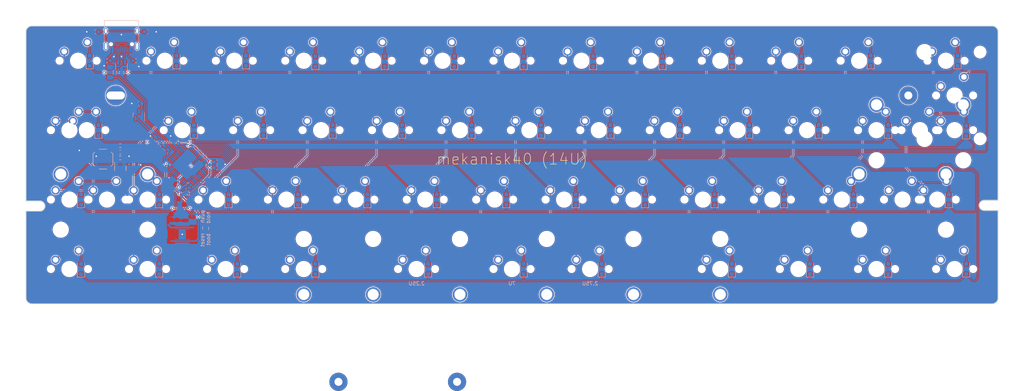
<source format=kicad_pcb>
(kicad_pcb (version 20221018) (generator pcbnew)
  (layers (0 "F.Cu" signal) (31 "B.Cu" signal) (34 "B.Paste" user) (35 "F.Paste" user) (36 "B.SilkS" user "B.Silkscreen") (37 "F.SilkS" user "F.Silkscreen") (38 "B.Mask" user) (39 "F.Mask" user) (44 "Edge.Cuts" user))
  (net 0 "")
  (net 1 "ROW0")
  (net 2 "Net-(D1-A)")
  (net 3 "Net-(D2-A)")
  (net 4 "Net-(D3-A)")
  (net 5 "Net-(D4-A)")
  (net 6 "Net-(D5-A)")
  (net 7 "Net-(D6-A)")
  (net 8 "Net-(D7-A)")
  (net 9 "Net-(D8-A)")
  (net 10 "Net-(D9-A)")
  (net 11 "Net-(D10-A)")
  (net 12 "Net-(D11-A)")
  (net 13 "Net-(D12-A)")
  (net 14 "ROW1")
  (net 15 "Net-(D13-A)")
  (net 16 "Net-(D14-A)")
  (net 17 "Net-(D15-A)")
  (net 18 "Net-(D16-A)")
  (net 19 "Net-(D17-A)")
  (net 20 "Net-(D18-A)")
  (net 21 "Net-(D19-A)")
  (net 22 "Net-(D20-A)")
  (net 23 "Net-(D21-A)")
  (net 24 "Net-(D22-A)")
  (net 25 "Net-(D23-A)")
  (net 26 "Net-(D24-A)")
  (net 27 "ROW2")
  (net 28 "Net-(D25-A)")
  (net 29 "Net-(D26-A)")
  (net 30 "Net-(D27-A)")
  (net 31 "Net-(D28-A)")
  (net 32 "Net-(D29-A)")
  (net 33 "Net-(D30-A)")
  (net 34 "Net-(D31-A)")
  (net 35 "Net-(D32-A)")
  (net 36 "Net-(D33-A)")
  (net 37 "Net-(D34-A)")
  (net 38 "Net-(D35-A)")
  (net 39 "Net-(D36-A)")
  (net 40 "ROW3")
  (net 41 "Net-(D37-A)")
  (net 42 "Net-(D38-A)")
  (net 43 "Net-(D39-A)")
  (net 44 "Net-(D41-A)")
  (net 45 "Net-(D42-A)")
  (net 46 "Net-(D43-A)")
  (net 47 "Net-(D44-A)")
  (net 48 "Net-(D45-A)")
  (net 49 "Net-(D46-A)")
  (net 50 "COL0")
  (net 51 "COL1")
  (net 52 "COL2")
  (net 53 "COL3")
  (net 54 "COL4")
  (net 55 "COL5")
  (net 56 "COL6")
  (net 57 "COL7")
  (net 58 "COL8")
  (net 59 "COL9")
  (net 60 "COL10")
  (net 61 "COL11")
  (net 62 "GND")
  (net 63 "+5V")
  (net 64 "+3V3")
  (net 65 "Net-(J2-SHIELD)")
  (net 66 "VBUS")
  (net 67 "/CC1")
  (net 68 "D_USB_P")
  (net 69 "D_USB_N")
  (net 71 "/CC2")
  (net 73 "D_P")
  (net 74 "D_N")
  (net 80 "NRST")
  (net 88 "BOOT0")
  (net 96 "Net-(Q1-G)")
  (net 97 "Net-(D40-A)")
  (net 98 "Net-(D48-A)")
  (net 99 "Net-(D49-A)")
  (net 100 "Net-(D50-A)")
  (net 101 "Net-(D51-A)")
  (net 102 "COL12")
  (footprint "PCM_marbastlib-mx:STAB_MX_ISO-ROT" (layer "F.Cu") (at 270.1925 50.8)
    (fp_text reference "ISO1" hide)
    (fp_text value "MX_stab")
  )
  (footprint "PCM_marbastlib-mx:SW_MX_1u" (layer "F.Cu") (at 229.71125 60.325)
    (fp_text reference "MX23" hide)
    (fp_text value "MX_SW_HS" hide)
  )
  (footprint "PCM_marbastlib-mx:SW_MX_1.25u" (layer "F.Cu") (at 70.1675 98.425)
    (fp_text reference "MX39" hide)
    (fp_text value "MX_SW_HS" hide)
  )
  (footprint "PCM_marbastlib-mx:SW_MX_1u" (layer "F.Cu") (at 37.62375 79.375)
    (fp_text reference "MXshift2.25" hide)
    (fp_text value "MX_SW_HS" hide)
  )
  (footprint "PCM_marbastlib-mx:SW_MX_1u" (layer "F.Cu") (at 67.78625 79.375)
    (fp_text reference "MX27" hide)
    (fp_text value "MX_SW_HS" hide)
  )
  (footprint "PCM_marbastlib-mx:SW_MX_1u" (layer "F.Cu") (at 224.94875 41.275)
    (fp_text reference "MX11" hide)
    (fp_text value "MX_SW_HS" hide)
  )
  (footprint "PCM_marbastlib-mx:SW_MX_1u" (layer "F.Cu") (at 260.6675 60.325)
    (fp_text reference "MXenter2.25" hide)
    (fp_text value "MX_SW_HS" hide)
  )
  (footprint "PCM_marbastlib-mx:STAB_MX_P_7u" (layer "F.Cu") (at 148.74875 98.425 180)
    (fp_text reference "S1" hide)
    (fp_text value "MX_stab")
  )
  (footprint "PCM_marbastlib-mx:SW_MX_1u" (layer "F.Cu") (at 143.98625 79.375)
    (fp_text reference "MX31" hide)
    (fp_text value "MX_SW_HS" hide)
  )
  (footprint "PCM_marbastlib-mx:SW_MX_1u" (layer "F.Cu") (at 96.36125 60.325)
    (fp_text reference "MX16" hide)
    (fp_text value "MX_SW_HS" hide)
  )
  (footprint "PCM_marbastlib-mx:SW_MX_1u" (layer "F.Cu") (at 220.18625 79.375)
    (fp_text reference "MX35" hide)
    (fp_text value "MX_SW_HS" hide)
  )
  (footprint "PCM_marbastlib-mx:STAB_MX_P_2.25u" (layer "F.Cu") (at 36.83 79.375)
    (fp_text reference "shift2.25" hide)
    (fp_text value "MX_stab")
  )
  (footprint "PCM_marbastlib-mx:SW_MX_1u" (layer "F.Cu") (at 248.76125 98.425)
    (fp_text reference "MX53" hide)
    (fp_text value "MX_SW_HS" hide)
  )
  (footprint "PCM_marbastlib-mx:SW_MX_1u" (layer "F.Cu") (at 167.79875 41.275)
    (fp_text reference "MX8" hide)
    (fp_text value "MX_SW_HS" hide)
  )
  (footprint "PCM_marbastlib-mx:SW_MX_1.75u" (layer "F.Cu") (at 32.0675 60.325)
    (fp_text reference "MX13" hide)
    (fp_text value "MX_SW_HS" hide)
  )
  (footprint "PCM_marbastlib-mx:SW_MX_1u" (layer "F.Cu") (at 163.03625 79.375)
    (fp_text reference "MX32" hide)
    (fp_text value "MX_SW_HS" hide)
  )
  (footprint "PCM_marbastlib-mx:SW_MX_1u" (layer "F.Cu") (at 270.1925 50.8)
    (fp_text reference "MXISO1" hide)
    (fp_text value "MX_SW_HS" hide)
  )
  (footprint "PCM_marbastlib-mx:SW_MX_1u" (layer "F.Cu") (at 191.61125 60.325)
    (fp_text reference "MX21" hide)
    (fp_text value "MX_SW_HS" hide)
  )
  (footprint "PCM_marbastlib-mx:SW_MX_1u" (layer "F.Cu") (at 122.555 98.425)
    (fp_text reference "MXsplit2.75" hide)
    (fp_text value "MX_SW_HS" hide)
  )
  (footprint "PCM_marbastlib-mx:SW_MX_1u" (layer "F.Cu") (at 91.59875 41.275)
    (fp_text reference "MX4" hide)
    (fp_text value "MX_SW_HS" hide)
  )
  (footprint "PCM_marbastlib-mx:SW_MX_1u" (layer "F.Cu") (at 91.59875 98.425)
    (fp_text reference "MX41" hide)
    (fp_text value "MX_SW_HS" hide)
  )
  (footprint "PCM_marbastlib-mx:SW_MX_1u" (layer "F.Cu") (at 124.93625 79.375)
    (fp_text reference "MX30" hide)
    (fp_text value "MX_SW_HS" hide)
  )
  (footprint "PCM_marbastlib-mx:SW_MX_1.5u" (layer "F.Cu") (at 29.68625 41.275)
    (fp_text reference "MX1" hide)
    (fp_text value "MX_SW_HS" hide)
  )
  (footprint "PCM_marbastlib-mx:SW_MX_1u" (layer "F.Cu") (at 201.13625 79.375)
    (fp_text reference "MX34" hide)
    (fp_text value "MX_SW_HS" hide)
  )
  (footprint "PCM_marbastlib-mx:SW_MX_1.25u" (layer "F.Cu") (at 27.305 79.375)
    (fp_text reference "MX25" hide)
    (fp_text value "MX_SW_HS" hide)
  )
  (footprint "PCM_marbastlib-mx:STAB_MX_P_2.25u" (layer "F.Cu") (at 260.6675 60.325)
    (fp_text reference "enter2.25" hide)
    (fp_text value "MX_stab")
  )
  (footprint "PCM_marbastlib-mx:SW_MX_1u" (layer "F.Cu") (at 105.88625 79.375)
    (fp_text reference "MX29" hide)
    (fp_text value "MX_SW_HS" hide)
  )
  (footprint "PCM_marbastlib-mx:SW_MX_1u" (layer "F.Cu") (at 210.66125 60.325)
    (fp_text reference "MX22" hide)
    (fp_text value "MX_SW_HS" hide)
  )
  (footprint "PCM_marbastlib-mx:SW_MX_1u" (layer "F.Cu") (at 115.41125 60.325)
    (fp_text reference "MX17" hide)
    (fp_text value "MX_SW_HS" hide)
  )
  (footprint "PCM_marbastlib-mx:SW_MX_1u" (layer "F.Cu") (at 148.74875 98.425)
    (fp_text reference "MX42" hide)
    (fp_text value "MX_SW_HS" hide)
  )
  (footprint "PCM_marbastlib-mx:SW_MX_1u" (layer "F.Cu") (at 248.76125 60.325)
    (fp_text reference "MX51" hide)
    (fp_text value "MX_SW_HS" hide)
  )
  (footprint "" (layer "F.Cu") (at 40.005 50.8)
    (fp_text reference "")
    (fp_text value "")
  )
  (footprint "PCM_marbastlib-mx:SW_MX_1u" (layer "F.Cu") (at 48.73625 79.375)
    (fp_text reference "MX26" hide)
    (fp_text value "MX_SW_HS" hide)
  )
  (footprint "PCM_marbastlib-mx:SW_MX_1u" (layer "F.Cu") (at 239.23625 79.375)
    (fp_text reference "MX52" hide)
    (fp_text value "MX_SW_HS" hide)
  )
  (footprint "PCM_marbastlib-mx:SW_MX_1u" (layer "F.Cu") (at 72.54875 41.275)
    (fp_text reference "MX3" hide)
    (fp_text value "MX_SW_HS" hide)
  )
  (footprint "PCM_marbastlib-mx:STAB_MX_P_2.25u" (layer "F.Cu") (at 122.555 98.425 180)
    (fp_text reference "S2" hide)
    (fp_text value "MX_stab")
  )
  (footprint "PCM_marbastlib-mx:SW_MX_1.75u" (layer "F.Cu") (at 265.43 79.375)
    (fp_text reference "MX36" hide)
    (fp_text value "MX_SW_HS" hide)
  )
  (footprint "PCM_marbastlib-mx:SW_MX_1.25u" (layer "F.Cu") (at 270.1925 60.325)
    (fp_text reference "MX24" hide)
    (fp_text value "MX_SW_HS" hide)
  )
  (footprint "PCM_marbastlib-mx:SW_MX_1u" (layer "F.Cu") (at 182.08625 79.375)
    (fp_text reference "MX33" hide)
    (fp_text value "MX_SW_HS" hide)
  )
  (footprint "PCM_marbastlib-mx:SW_MX_1u" (layer "F.Cu") (at 110.64875 41.275)
    (fp_text reference "MX5" hide)
    (fp_text value "MX_SW_HS" hide)
  )
  (footprint "" (layer "F.Cu") (at 101.12375 129.38125 180)
    (fp_text reference "")
    (fp_text value "")
  )
  (footprint "PCM_marbastlib-mx:SW_MX_1u" (layer "F.Cu") (at 205.89875 98.425)
    (fp_text reference "MX44" hide)
    (fp_text value "MX_SW_HS" hide)
  )
  (footprint "PCM_marbastlib-mx:STAB_MX_P_2.75u" (layer "F.Cu") (at 170.18 98.425 180)
    (fp_text reference "S3" hide)
    (fp_text value "MX_stab")
  )
  (footprint "" (layer "F.Cu") (at 133.6675 129.38125 180)
    (fp_text reference "")
    (fp_text value "")
  )
  (footprint "PCM_marbastlib-mx:SW_MX_1u" (layer "F.Cu") (at 86.83625 79.375)
    (fp_text reference "MX28" hide)
    (fp_text value "MX_SW_HS" hide)
  )
  (footprint "PCM_marbastlib-mx:SW_MX_1u" (layer "F.Cu") (at 134.46125 60.325)
    (fp_text reference "MX18" hide)
    (fp_text value "MX_SW_HS" hide)
  )
  (footprint "PCM_marbastlib-mx:SW_MX_1.75u_STP_1.25" (layer "F.Cu") (at 27.305 60.325)
    (fp_text reference "MXcaps1" hide)
    (fp_text value "MX_SW_HS" hide)
  )
  (footprint "PCM_marbastlib-mx:SW_MX_1u" (layer "F.Cu") (at 77.31125 60.325)
    (fp_text reference "MX15" hide)
    (fp_text value "MX_SW_HS" hide)
  )
  (footprint "PCM_marbastlib-mx:SW_MX_1.25u" (layer "F.Cu") (at 270.1925 98.425)
    (fp_text reference "MX46" hide)
    (fp_text value "MX_SW_HS" hide)
  )
  (footprint "PCM_marbastlib-mx:SW_MX_1.25u" (layer "F.Cu") (at 27.305 98.425)
    (fp_text reference "MX37" hide)
    (fp_text value "MX_SW_HS" hide)
  )
  (footprint "PCM_marbastlib-mx:STAB_MX_P_2.75u" (layer "F.Cu") (at 255.905 79.375)
    (fp_text reference "shift2.75" hide)
    (fp_text value "MX_stab")
  )
  (footprint "PCM_marbastlib-mx:SW_MX_1u" (layer "F.Cu") (at 205.89875 41.275)
    (fp_text reference "MX10" hide)
    (fp_text value "MX_SW_HS" hide)
  )
  (footprint "PCM_marbastlib-mx:SW_MX_1u" (layer "F.Cu") (at 186.84875 41.275)
    (fp_text reference "MX9" hide)
    (fp_text value "MX_SW_HS" hide)
  )
  (footprint "PCM_marbastlib-mx:SW_MX_1.25u" (layer "F.Cu") (at 227.33 98.425)
    (fp_text reference "MX45" hide)
    (fp_text value "MX_SW_HS" hide)
  )
  (footprint "PCM_marbastlib-mx:SW_MX_1u" (layer "F.Cu") (at 172.56125 60.325)
    (fp_text reference "MX20" hide)
    (fp_text value "MX_SW_HS" hide)
  )
  (footprint "PCM_marbastlib-mx:SW_MX_1u" (layer "F.Cu") (at 129.69875 41.275)
    (fp_text reference "MX6" hide)
    (fp_text value "MX_SW_HS" hide)
  )
  (footprint "PCM_marbastlib-mx:SW_MX_1u" (layer "F.Cu") (at 255.905 79.375)
    (fp_text reference "MXshift2.75" hide)
    (fp_text value "MX_SW_HS" hide)
  )
  (footprint "PCM_marbastlib-mx:SW_MX_1.5u" (layer "F.Cu") (at 267.81125 41.275)
    (fp_text reference "MX12" hide)
    (fp_text value "MX_SW_HS" hide)
  )
  (footprint "PCM_marbastlib-mx:SW_MX_1u" (layer "F.Cu") (at 153.51125 60.325)
    (fp_text reference "MX19" hide)
    (fp_text value "MX_SW_HS" hide)
  )
  (footprint "PCM_marbastlib-mx:SW_MX_1u" (layer "F.Cu") (at 170.18 98.425)
    (fp_text reference "MXsplit2.25" hide)
    (fp_text value "MX_SW_HS" hide)
  )
  (footprint "PCM_marbastlib-mx:SW_MX_1u" (layer "F.Cu") (at 148.74875 41.275)
    (fp_text reference "MX7" hide)
    (fp_text value "MX_SW_HS" hide)
  )
  (footprint "PCM_marbastlib-mx:SW_MX_1u" (layer "F.Cu") (at 58.26125 60.325)
    (fp_text reference "MX14" hide)
    (fp_text value "MX_SW_HS" hide)
  )
  (footprint "PCM_marbastlib-mx:SW_MX_1u" (layer "F.Cu") (at 48.73625 98.425)
    (fp_text reference "MX38" hide)
    (fp_text value "MX_SW_HS" hide)
  )
  (footprint "PCM_marbastlib-mx:SW_MX_1u" (layer "F.Cu") (at 243.99875 41.275)
    (fp_text reference "MX50" hide)
    (fp_text value "MX_SW_HS" hide)
  )
  (footprint "" (layer "F.Cu") (at 257.4925 50.8)
    (fp_text reference "")
    (fp_text value "")
  )
  (footprint "PCM_marbastlib-mx:SW_MX_1u" (layer "F.Cu") (at 53.49875 41.275)
    (fp_text reference "MX2" hide)
    (fp_text value "MX_SW_HS" hide)
  )
  (footprint "Diode_SMD:D_SOD-123F" (layer "B.Cu") (at 109.06125 79.375 90)
    (fp_text reference "D29" hide)
    (fp_text value "D_Small")
  )
  (footprint "Diode_SMD:D_SOD-123F" (layer "B.Cu") (at 268.605 79.375 90)
    (fp_text reference "D36" hide)
    (fp_text value "D_Small")
  )
  (footprint "Diode_SMD:D_SOD-123F" (layer "B.Cu") (at 35.2425 60.325 90)
    (fp_text reference "D13" hide)
    (fp_text value "D_Small")
  )
  (footprint "Resistor_SMD:R_0603_1608Metric" (layer "B.Cu") (at 34.44875 33.3375 180)
    (fp_text reference "R_USBSHIELD2" hide)
    (fp_text value "1M")
  )
  (footprint "Package_TO_SOT_SMD:SOT-23" (layer "B.Cu") (at 41.275 70.7875 -90)
    (fp_text reference "Q1" hide)
    (fp_text value "2N7002")
  )
  (footprint "Diode_SMD:D_SOD-123F" (layer "B.Cu") (at 125.73 98.425 90)
    (fp_text reference "D40" hide)
    (fp_text value "D_Small")
  )
  (footprint "Connector_USB:USB_C_Receptacle_HRO_TYPE-C-31-M-12" (layer "B.Cu") (at 41.5925 34.13125)
    (fp_text reference "J2" hide)
    (fp_text value "USB_C_Receptacle_USB2.0")
  )
  (footprint "Resistor_SMD:R_0603_1608Metric" (layer "B.Cu") (at 41.239093 64.591492 180)
    (fp_text reference "R3" hide)
    (fp_text value "10k")
  )
  (footprint "Diode_SMD:D_SOD-123F" (layer "B.Cu") (at 175.73625 60.325 90)
    (fp_text reference "D20" hide)
    (fp_text value "D_Small")
  )
  (footprint "Diode_SMD:D_SOD-123F" (layer "B.Cu") (at 51.91125 79.375 90)
    (fp_text reference "D26" hide)
    (fp_text value "D_Small")
  )
  (footprint "Resistor_SMD:R_0603_1608Metric" (layer "B.Cu") (at 37.62375 41.275 180)
    (fp_text reference "R1" hide)
    (fp_text value "5k1")
  )
  (footprint "Capacitor_SMD:C_0603_1608Metric" (layer "B.Cu") (at 41.239093 66.322742 180)
    (fp_text reference "C11" hide)
    (fp_text value "4.7u")
  )
  (footprint "Diode_SMD:D_SOD-123F" (layer "B.Cu") (at 213.83625 60.325 90)
    (fp_text reference "D22" hide)
    (fp_text value "D_Small")
  )
  (footprint "Diode_SMD:D_SOD-123F" (layer "B.Cu") (at 251.93625 60.325 90)
    (fp_text reference "D49" hide)
    (fp_text value "D_Small")
  )
  (footprint "Diode_SMD:D_SOD-123F" (layer "B.Cu") (at 166.21125 79.375 90)
    (fp_text reference "D32" hide)
    (fp_text value "D_Small")
  )
  (footprint "Resistor_SMD:R_0603_1608Metric" (layer "B.Cu") (at 45.56125 41.275)
    (fp_text reference "R2" hide)
    (fp_text value "5k1")
  )
  (footprint "Diode_SMD:D_SOD-123F" (layer "B.Cu") (at 247.17375 41.275 90)
    (fp_text reference "D48" hide)
    (fp_text value "D_Small")
  )
  (footprint "Package_TO_SOT_SMD:SOT-23" (layer "B.Cu") (at 41.275 70.7875 -90)
    (fp_text reference "Q1" hide)
    (fp_text value "2N7002")
  )
  (footprint "Capacitor_SMD:C_0603_1608Metric" (layer "B.Cu") (at 44.144871 69.705058 -90)
    (fp_text reference "C10" hide)
    (fp_text value "1u")
  )
  (footprint "Diode_SMD:D_SOD-123F" (layer "B.Cu") (at 80.48625 60.325 90)
    (fp_text reference "D15" hide)
    (fp_text value "D_Small")
  )
  (footprint "Diode_SMD:D_SOD-123F" (layer "B.Cu") (at 94.77375 98.425 90)
    (fp_text reference "D41" hide)
    (fp_text value "D_Small")
  )
  (footprint "Diode_SMD:D_SOD-123F" (layer "B.Cu") (at 251.93625 98.425 90)
    (fp_text reference "D51" hide)
    (fp_text value "D_Small")
  )
  (footprint "Diode_SMD:D_SOD-123F" (layer "B.Cu") (at 147.16125 79.375 90)
    (fp_text reference "D31" hide)
    (fp_text value "D_Small")
  )
  (footprint "Diode_SMD:D_SOD-123F" (layer "B.Cu") (at 194.78625 60.325 90)
    (fp_text reference "D21" hide)
    (fp_text value "D_Small")
  )
  (footprint "Diode_SMD:D_SOD-123F" (layer "B.Cu") (at 94.77375 41.4625 90)
    (fp_text reference "D4" hide)
    (fp_text value "D_Small")
  )
  (footprint "Diode_SMD:D_SOD-123F" (layer "B.Cu") (at 190.02375 41.4625 90)
    (fp_text reference "D9" hide)
    (fp_text value "D_Small")
  )
  (footprint "Diode_SMD:D_SOD-123F" (layer "B.Cu") (at 204.31125 79.375 90)
    (fp_text reference "D34" hide)
    (fp_text value "D_Small")
  )
  (footprint "Diode_SMD:D_SOD-123F" (layer "B.Cu") (at 273.3675 60.5125 90)
    (fp_text reference "D24" hide)
    (fp_text value "D_Small")
  )
  (footprint "Button_Switch_SMD:SW_SPST_SKQG_WithoutStem" (layer "B.Cu") (at 36.5125 68.2625 90)
    (fp_text reference "SW1" hide)
    (fp_text value "RST")
  )
  (footprint "Resistor_SMD:R_0603_1608Metric" (layer "B.Cu") (at 41.239093 67.910242)
    (fp_text reference "R5" hide)
    (fp_text value "100k")
  )
  (footprint "Button_Switch_SMD:SW_SPST_SKQG_WithoutStem" (layer "B.Cu") (at 36.5125 68.2625 90)
    (fp_text reference "SW1" hide)
    (fp_text value "RST")
  )
  (footprint "Diode_SMD:D_SOD-123F" (layer "B.Cu") (at 70.96125 79.375 90)
    (fp_text reference "D27" hide)
    (fp_text value "D_Small")
  )
  (footprint "Diode_SMD:D_SOD-123F" (layer "B.Cu") (at 99.53625 60.325 90)
    (fp_text reference "D16" hide)
    (fp_text value "D_Small")
  )
  (footprint "Diode_SMD:D_SOD-123F" (layer "B.Cu") (at 75.72375 41.275 90)
    (fp_text reference "D3" hide)
    (fp_text value "D_Small")
  )
  (footprint "Diode_SMD:D_SOD-123F" (layer "B.Cu") (at 151.92375 98.425 90)
    (fp_text reference "D42" hide)
    (fp_text value "D_Small")
  )
  (footprint "Diode_SMD:D_SOD-123F" (layer "B.Cu") (at 90.01125 79.375 90)
    (fp_text reference "D28" hide)
    (fp_text value "D_Small")
  )
  (footprint "Resistor_SMD:R_0603_1608Metric" (layer "B.Cu") (at 45.732371 69.705058 -90)
    (fp_text reference "R4" hide)
    (fp_text value "10k")
  )
  (footprint "Diode_SMD:D_SOD-123F" (layer "B.Cu") (at 209.07375 41.4625 90)
    (fp_text reference "D10" hide)
    (fp_text value "D_Small")
  )
  (footprint "Capacitor_SMD:C_0603_1608Metric" (layer "B.Cu") (at 59.671998 76.715526 -135)
    (fp_text reference "C8" hide)
    (fp_text value "100nF")
  )
  (footprint "Capacitor_SMD:C_0603_1608Metric" (layer "B.Cu") (at 53.844057 66.265845 -135)
    (fp_text reference "C5" hide)
    (fp_text value "100nF")
  )
  (footprint "Diode_SMD:D_SOD-123F" (layer "B.Cu") (at 51.91125 98.425 90)
    (fp_text reference "D38" hide)
    (fp_text value "D_Small")
  )
  (footprint "Diode_SMD:D_SOD-123F" (layer "B.Cu") (at 173.355 98.425 90)
    (fp_text reference "D43" hide)
    (fp_text value "D_Small")
  )
  (footprint "Diode_SMD:D_SOD-123F" (layer "B.Cu") (at 56.67375 41.275 90)
    (fp_text reference "D2" hide)
    (fp_text value "D_Small")
  )
  (footprint "Capacitor_SMD:C_0603_1608Metric" (layer "B.Cu") (at 67.78625 70.64375)
    (fp_text reference "C9" hide)
    (fp_text value "100nF")
  )
  (footprint "Diode_SMD:D_SOD-123F" (layer "B.Cu") (at 232.88625 60.325 90)
    (fp_text reference "D23" hide)
    (fp_text value "D_Small")
  )
  (footprint "Diode_SMD:D_SOD-123F" (layer "B.Cu") (at 32.86125 41.275 90)
    (fp_text reference "D1" hide)
    (fp_text value "D_Small")
  )
  (footprint "Diode_SMD:D_SOD-123F" (layer "B.Cu") (at 73.3425 98.425 90)
    (fp_text reference "D39" hide)
    (fp_text value "D_Small")
  )
  (footprint "Diode_SMD:D_SOD-123F" (layer "B.Cu") (at 128.11125 79.375 90)
    (fp_text reference "D30" hide)
    (fp_text value "D_Small")
  )
  (footprint "Package_QFP:LQFP-48_7x7mm_P0.5mm" (layer "B.Cu") (at 59.84875 69.85 135)
    (fp_text reference "U3" hide)
    (fp_text value "STM32F072C8Tx")
  )
  (footprint "Diode_SMD:D_SOD-123F" (layer "B.Cu") (at 170.97375 41.4625 90)
    (fp_text reference "D8" hide)
    (fp_text value "D_Small")
  )
  (footprint "Package_TO_SOT_SMD:SOT-23" (layer "B.Cu") (at 46.355 56.14375 90)
    (fp_text reference "U2" hide)
    (fp_text value "XC6206PxxxMR-Regulator_Linear")
  )
  (footprint "Diode_SMD:D_SOD-123F" (layer "B.Cu") (at 228.12375 41.4625 90)
    (fp_text reference "D11" hide)
    (fp_text value "D_Small")
  )
  (footprint "Diode_SMD:D_SOD-123F" (layer "B.Cu") (at 30.48 79.375 90)
    (fp_text reference "D25" hide)
    (fp_text value "D_Small")
  )
  (footprint "Resistor_SMD:R_0603_1608Metric" (layer "B.Cu") (at 45.732371 69.705058 -90)
    (fp_text reference "R4" hide)
    (fp_text value "10k")
  )
  (footprint "Diode_SMD:D_SOD-123F" (layer "B.Cu") (at 223.36125 79.375 90)
    (fp_text reference "D35" hide)
    (fp_text value "D_Small")
  )
  (footprint "Diode_SMD:D_SOD-123F" (layer "B.Cu") (at 270.98625 41.275 90)
    (fp_text reference "D12" hide)
    (fp_text value "D_Small")
  )
  (footprint "Resistor_SMD:R_0603_1608Metric" (layer "B.Cu") (at 41.239093 64.591492 180)
    (fp_text reference "R3" hide)
    (fp_text value "10k")
  )
  (footprint "Diode_SMD:D_SOD-123F" (layer "B.Cu") (at 132.87375 41.4625 90)
    (fp_text reference "D6" hide)
    (fp_text value "D_Small")
  )
  (footprint "Package_TO_SOT_SMD:SOT-23-6" (layer "B.Cu") (at 41.5925 42.8625 90)
    (fp_text reference "U1" hide)
    (fp_text value "USBLC6-2SC6")
  )
  (footprint "Diode_SMD:D_SOD-123F" (layer "B.Cu") (at 118.58625 60.325 90)
    (fp_text reference "D17" hide)
    (fp_text value "D_Small")
  )
  (footprint "Diode_SMD:D_SOD-123F" (layer "B.Cu") (at 151.92375 41.4625 90)
    (fp_text reference "D7" hide)
    (fp_text value "D_Small")
  )
  (footprint "Capacitor_SMD:C_0603_1608Metric" (layer "B.Cu") (at 50.32375 62.70625 45)
    (fp_text reference "C2" hide)
    (fp_text value "1uF")
  )
  (footprint "Diode_SMD:D_SOD-123F" (layer "B.Cu") (at 113.82375 41.4625 90)
    (fp_text reference "D5" hide)
    (fp_text value "D_Small")
  )
  (footprint "Diode_SMD:D_SOD-123F" (layer "B.Cu") (at 137.63625 60.325 90)
    (fp_text reference "D18" hide)
    (fp_text value "D_Small")
  )
  (footprint "Resistor_SMD:R_0603_1608Metric" (layer "B.Cu") (at 41.239093 67.910242)
    (fp_text reference "R5" hide)
    (fp_text value "100k")
  )
  (footprint "Diode_SMD:D_SOD-123F" (layer "B.Cu") (at 209.07375 98.425 90)
    (fp_text reference "D44" hide)
    (fp_text value "D_Small")
  )
  (footprint "Capacitor_SMD:C_0603_1608Metric" (layer "B.Cu") (at 56.67375 63.5 135)
    (fp_text reference "C6" hide)
    (fp_text value "100nF")
  )
  (footprint "Diode_SMD:D_SOD-123F" (layer "B.Cu") (at 61.43625 60.325 90)
    (fp_text reference "D14" hide)
    (fp_text value "D_Small")
  )
  (footprint "Fuse:Fuse_1206_3216Metric" (layer "B.Cu") (at 38.4175 44.45 -90)
    (fp_text reference "F1" hide)
    (fp_text value "500mA")
  )
  (footprint "Diode_SMD:D_SOD-123F" (layer "B.Cu") (at 273.3675 98.425 90)
    (fp_text reference "D46" hide)
    (fp_text value "D_Small")
  )
  (footprint "Capacitor_SMD:C_0603_1608Metric" (layer "B.Cu") (at 51.440155 63.882718 -135)
    (fp_text reference "C3" hide)
    (fp_text value "4.7uF")
  )
  (footprint "Capacitor_SMD:C_0603_1608Metric" (layer "B.Cu") (at 48.73625 33.3375)
    (fp_text reference "C_USBSHIELD2" hide)
    (fp_text value "4.7nF")
  )
  (footprint "Capacitor_SMD:C_0603_1608Metric" (layer "B.Cu") (at 41.239093 66.322742 180)
    (fp_text reference "C11" hide)
    (fp_text value "4.7u")
  )
  (footprint "Diode_SMD:D_SOD-123F" (layer "B.Cu") (at 230.505 98.425 90)
    (fp_text reference "D45" hide)
    (fp_text value "D_Small")
  )
  (footprint "Diode_SMD:D_SOD-123F" (layer "B.Cu") (at 185.26125 79.375 90)
    (fp_text reference "D33" hide)
    (fp_text value "D_Small")
  )
  (footprint "Capacitor_SMD:C_0603_1608Metric" (layer "B.Cu") (at 44.144871 69.705058 -90)
    (fp_text reference "C10" hide)
    (fp_text value "1u")
  )
  (footprint "Diode_SMD:D_SOD-123F" (layer "B.Cu") (at 156.68625 60.325 90)
    (fp_text reference "D19" hide)
    (fp_text value "D_Small")
  )
  (footprint "Diode_SMD:D_SOD-123F" (layer "B.Cu") (at 30.48 98.425 90)
    (fp_text reference "D37" hide)
    (fp_text value "D_Small")
  )
  (footprint "Capacitor_SMD:C_0603_1608Metric" (layer "B.Cu") (at 46.355 52.96875)
    (fp_text reference "C1" hide)
    (fp_text value "1uF")
  )
  (footprint "Diode_SMD:D_SOD-123F" (layer "B.Cu") (at 242.41125 79.375 90)
    (fp_text reference "D50" hide)
    (fp_text value "D_Small")
  )
  (footprint "Capacitor_SMD:C_0603_1608Metric" (layer "B.Cu") (at 67.78625 69.05625)
    (fp_text reference "C7" hide)
    (fp_text value "100nF")
  )
  (footprint "Capacitor_SMD:C_0603_1608Metric" (layer "B.Cu") (at 52.705 65.0875 -135)
    (fp_text reference "C4" hide)
    (fp_text value "1uF")
  )
  (gr_arc (start 278.29875 82.362498) (mid 276.898802 80.9625) (end 278.29875 79.562502) (stroke (width 0.2)) (layer "Edge.Cuts"))
  (gr_arc (start 16.98625 107.95) (mid 15.86375 107.485014) (end 15.39875 106.3625) (stroke (width 0.2)) (layer "Edge.Cuts"))
  (gr_arc (start 282.09875 106.3625) (mid 281.633785 107.48505) (end 280.51125 107.95) (stroke (width 0.2)) (layer "Edge.Cuts"))
  (gr_line (start 15.39875 79.75) (end 19.19875 79.75) (stroke (width 0.2)) (layer "Edge.Cuts"))
  (gr_arc (start 15.39875 33.3375) (mid 15.863715 32.21495) (end 16.98625 31.75) (stroke (width 0.2)) (layer "Edge.Cuts"))
  (gr_line (start 280.51125 107.95) (end 16.98625 107.95) (stroke (width 0.2)) (layer "Edge.Cuts"))
  (gr_line (start 282.09875 79.562498) (end 282.09875 33.3375) (stroke (width 0.2)) (layer "Edge.Cuts"))
  (gr_line (start 16.98625 31.75) (end 280.51125 31.75) (stroke (width 0.2)) (layer "Edge.Cuts"))
  (gr_arc (start 280.51125 31.75) (mid 281.63375 32.214986) (end 282.09875 33.3375) (stroke (width 0.2)) (layer "Edge.Cuts"))
  (gr_line (start 15.39875 79.75) (end 15.39875 33.3375) (stroke (width 0.2)) (layer "Edge.Cuts"))
  (gr_line (start 282.09875 82.362498) (end 282.09875 106.3625) (stroke (width 0.2)) (layer "Edge.Cuts"))
  (gr_line (start 282.09875 82.362498) (end 278.29875 82.362498) (stroke (width 0.2)) (layer "Edge.Cuts"))
  (gr_line (start 15.39875 106.3625) (end 15.39875 82.55) (stroke (width 0.2)) (layer "Edge.Cuts"))
  (gr_line (start 282.09875 79.562498) (end 278.29875 79.562498) (stroke (width 0.2)) (layer "Edge.Cuts"))
  (gr_arc (start 19.19875 79.75) (mid 20.59875 81.15) (end 19.19875 82.549996) (stroke (width 0.2)) (layer "Edge.Cuts"))
  (gr_line (start 15.39875 82.55) (end 19.19875 82.55) (stroke (width 0.2)) (layer "Edge.Cuts"))
  (gr_text "7U" (at 148.74875 102.39375) (layer "B.SilkS") (effects (font (size 1 1)) (justify mirror)))
  (gr_text "push - reset\nhold - boot" (at 64.61125 87.3125 90) (layer "B.SilkS") (effects (font (size 1 1)) (justify mirror)))
  (gr_text "2.75U" (at 170.18 102.39375) (layer "B.SilkS") (effects (font (size 1 1)) (justify mirror)))
  (gr_text "2.25U" (at 122.555 102.39375) (layer "B.SilkS") (effects (font (size 1 1)) (justify mirror)))
  (gr_text "mekanisk40 (14U)" (at 148.74875 68.2625) (layer "F.SilkS") (effects (font (size 3 3))))
  (segment (start 43.442 44.45) (end 36.83 44.45) (width 0.25) (layer "F.Cu") (net 1))
  (via (at 36.83 44.46235) (size 0.8) (drill 0.4) (layers "F.Cu" "B.Cu") (net 1))
  (via (at 43.442 44.46235) (size 0.8) (drill 0.4) (layers "F.Cu" "B.Cu") (net 1))
  (segment (start 228.12375 44.45) (end 209.07375 44.45) (width 0.25) (layer "B.Cu") (net 1))
  (segment (start 151.92375 42.8625) (end 151.92375 44.45) (width 0.25) (layer "B.Cu") (net 1))
  (segment (start 132.87375 44.45) (end 170.97375 44.45) (width 0.25) (layer "B.Cu") (net 1))
  (segment (start 56.67375 42.68735) (end 56.67375 44.45) (width 0.25) (layer "B.Cu") (net 1))
  (segment (start 269.21125 44.45) (end 270.98625 42.675) (width 0.25) (layer "B.Cu") (net 1))
  (segment (start 151.92375 44.45) (end 152.7175 44.45) (width 0.25) (layer "B.Cu") (net 1))
  (segment (start 209.07375 42.8625) (end 209.07375 44.45) (width 0.25) (layer "B.Cu") (net 1))
  (segment (start 43.45435 44.45) (end 43.442 44.46235) (width 0.25) (layer "B.Cu") (net 1))
  (segment (start 272.58125 44.27) (end 278.74375 44.27) (width 0.2) (layer "B.Cu") (net 1))
  (segment (start 170.97375 42.8625) (end 170.97375 44.45) (width 0.25) (layer "B.Cu") (net 1))
  (segment (start 247.17375 44.45) (end 228.12375 44.45) (width 0.25) (layer "B.Cu") (net 1))
  (segment (start 247.17375 42.675) (end 247.17375 44.45) (width 0.25) (layer "B.Cu") (net 1))
  (segment (start 190.02375 42.8625) (end 190.02375 44.45) (width 0.25) (layer "B.Cu") (net 1))
  (segment (start 228.12375 42.8625) (end 228.12375 44.45) (width 0.25) (layer "B.Cu") (net 1))
  (segment (start 278.74375 44.27) (end 279.0515 44.57775) (width 0.2) (layer "B.Cu") (net 1))
  (segment (start 71.872834 66.2361) (end 70.177241 64.540507) (width 0.2) (layer "B.Cu") (net 1))
  (segment (start 278.5689 66.2361) (end 71.872834 66.2361) (width 0.2) (layer "B.Cu") (net 1))
  (segment (start 132.87375 44.45) (end 94.77375 44.45) (width 0.25) (layer "B.Cu") (net 1))
  (segment (start 247.17375 44.45) (end 269.21125 44.45) (width 0.25) (layer "B.Cu") (net 1))
  (segment (start 209.07375 44.45) (end 190.02375 44.45) (width 0.25) (layer "B.Cu") (net 1))
  (segment (start 32.86125 42.68735) (end 34.6239 44.45) (width 0.25) (layer "B.Cu") (net 1))
  (segment (start 190.02375 44.45) (end 170.97375 44.45) (width 0.25) (layer "B.Cu") (net 1))
  (segment (start 75.72375 44.45) (end 74.94235 44.45) (width 0.25) (layer "B.Cu") (net 1))
  (segment (start 94.77375 42.8625) (end 94.77375 44.45) (width 0.25) (layer "B.Cu") (net 1))
  (segment (start 56.67375 44.45) (end 74.93 44.45) (width 0.25) (layer "B.Cu") (net 1))
  (segment (start 113.82375 42.8625) (end 113.82375 44.45) (width 0.25) (layer "B.Cu") (net 1))
  (segment (start 132.87375 42.8625) (end 132.87375 44.45) (width 0.25) (layer "B.Cu") (net 1))
  (segment (start 70.177241 64.540507) (end 61.976263 64.540507) (width 0.2) (layer "B.Cu") (net 1))
  (segment (start 34.6239 44.45) (end 36.81765 44.45) (width 0.25) (layer "B.Cu") (net 1))
  (segment (start 43.45435 44.45) (end 56.67375 44.45) (width 0.25) (layer "B.Cu") (net 1))
  (segment (start 75.72375 44.45) (end 75.72375 42.675) (width 0.25) (layer "B.Cu") (net 1))
  (segment (start 279.0515 44.57775) (end 279.0515 65.7535) (width 0.2) (layer "B.Cu") (net 1))
  (segment (start 270.98625 42.675) (end 272.58125 44.27) (width 0.2) (layer "B.Cu") (net 1))
  (segment (start 61.976263 64.540507) (end 61.201092 65.315678) (width 0.2) (layer "B.Cu") (net 1))
  (segment (start 94.77375 44.45) (end 75.72375 44.45) (width 0.25) (layer "B.Cu") (net 1))
  (segment (start 279.0515 65.7535) (end 278.5689 66.2361) (width 0.2) (layer "B.Cu") (net 1))
  (segment (start 32.86125 36.83) (end 32.86125 39.875) (width 0.25) (layer "B.Cu") (net 2))
  (segment (start 32.22625 36.195) (end 32.86125 36.83) (width 0.25) (layer "B.Cu") (net 2))
  (segment (start 56.67375 36.83) (end 56.67375 39.875) (width 0.25) (layer "B.Cu") (net 3))
  (segment (start 56.03875 36.195) (end 56.67375 36.83) (width 0.25) (layer "B.Cu") (net 3))
  (segment (start 75.72375 36.83) (end 75.72375 39.875) (width 0.25) (layer "B.Cu") (net 4))
  (segment (start 75.08875 36.195) (end 75.72375 36.83) (width 0.25) (layer "B.Cu") (net 4))
  (segment (start 94.13875 36.195) (end 94.77375 36.83) (width 0.25) (layer "B.Cu") (net 5))
  (segment (start 94.77375 36.83) (end 94.77375 40.0625) (width 0.25) (layer "B.Cu") (net 5))
  (segment (start 113.18875 36.195) (end 113.82375 36.83) (width 0.25) (layer "B.Cu") (net 6))
  (segment (start 113.82375 36.83) (end 113.82375 40.0625) (width 0.25) (layer "B.Cu") (net 6))
  (segment (start 132.23875 36.195) (end 132.87375 36.83) (width 0.25) (layer "B.Cu") (net 7))
  (segment (start 132.87375 36.83) (end 132.87375 40.0625) (width 0.25) (layer "B.Cu") (net 7))
  (segment (start 151.28875 36.195) (end 151.92375 36.83) (width 0.25) (layer "B.Cu") (net 8))
  (segment (start 151.92375 36.83) (end 151.92375 40.0625) (width 0.25) (layer "B.Cu") (net 8))
  (segment (start 170.97375 36.83) (end 170.97375 40.0625) (width 0.25) (layer "B.Cu") (net 9))
  (segment (start 170.33875 36.195) (end 170.97375 36.83) (width 0.25) (layer "B.Cu") (net 9))
  (segment (start 189.38875 36.195) (end 190.02375 36.83) (width 0.25) (layer "B.Cu") (net 10))
  (segment (start 190.02375 36.83) (end 190.02375 40.0625) (width 0.25) (layer "B.Cu") (net 10))
  (segment (start 208.43875 36.195) (end 209.07375 36.83) (width 0.25) (layer "B.Cu") (net 11))
  (segment (start 209.07375 36.83) (end 209.07375 40.0625) (width 0.25) (layer "B.Cu") (net 11))
  (segment (start 228.12375 36.83) (end 228.12375 40.0625) (width 0.25) (layer "B.Cu") (net 12))
  (segment (start 227.48875 36.195) (end 228.12375 36.83) (width 0.25) (layer "B.Cu") (net 12))
  (segment (start 270.35125 36.195) (end 273.05 36.195) (width 0.25) (layer "F.Cu") (net 13))
  (segment (start 274.16125 43.63625) (end 274.14125 43.65625) (width 0.25) (layer "F.Cu") (net 13))
  (segment (start 272.7325 45.72) (end 274.14125 44.31125) (width 0.25) (layer "F.Cu") (net 13))
  (segment (start 274.14125 44.31125) (end 274.14125 43.65625) (width 0.25) (layer "F.Cu") (net 13))
  (segment (start 273.05 36.195) (end 274.16125 37.30625) (width 0.25) (layer "F.Cu") (net 13))
  (segment (start 274.16125 37.30625) (end 274.16125 43.63625) (width 0.25) (layer "F.Cu") (net 13))
  (segment (start 270.98625 36.83) (end 270.98625 39.875) (width 0.25) (layer "B.Cu") (net 13))
  (segment (start 270.35125 36.195) (end 270.98625 36.83) (width 0.25) (layer "B.Cu") (net 13))
  (segment (start 60.365249 63.59122) (end 48.64503 63.59122) (width 0.25) (layer "F.Cu") (net 14))
  (segment (start 48.64503 63.59122) (end 48.6425 63.59375) (width 0.25) (layer "F.Cu") (net 14))
  (via (at 60.365249 63.59122) (size 0.8) (drill 0.4) (layers "F.Cu" "B.Cu") (net 14))
  (via (at 48.6425 63.59375) (size 0.8) (drill 0.4) (layers "F.Cu" "B.Cu") (net 14))
  (segment (start 80.48625 63.604763) (end 99.53625 63.604763) (width 0.25) (layer "B.Cu") (net 14))
  (segment (start 250.1736 63.604763) (end 251.93625 61.842113) (width 0.25) (layer "B.Cu") (net 14))
  (segment (start 60.389693 63.587575) (end 60.368894 63.587575) (width 0.25) (layer "B.Cu") (net 14))
  (segment (start 61.43625 61.824925) (end 61.43625 63.587575) (width 0.25) (layer "B.Cu") (net 14))
  (segment (start 137.63625 61.842113) (end 137.63625 63.604763) (width 0.25) (layer "B.Cu") (net 14))
  (segment (start 275.43125 64.093363) (end 273.3675 62.029613) (width 0.2) (layer "B.Cu") (net 14))
  (segment (start 232.88625 63.570386) (end 232.920627 63.604763) (width 0.25) (layer "B.Cu") (net 14))
  (segment (start 156.68625 61.842113) (end 156.68625 63.604763) (width 0.25) (layer "B.Cu") (net 14))
  (segment (start 61.669155 64.140507) (end 70.342927 64.140507) (width 0.2) (layer "B.Cu") (net 14))
  (segment (start 118.58625 63.604763) (end 137.63625 63.604763) (width 0.25) (layer "B.Cu") (net 14))
  (segment (start 255.169286 65.07515) (end 270.321962 65.07515) (width 0.25) (layer "B.Cu") (net 14))
  (segment (start 61.43625 63.587575) (end 80.48625 63.587575) (width 0.25) (layer "B.Cu") (net 14))
  (segment (start 137.63625 63.604763) (end 156.68625 63.604763) (width 0.25) (layer "B.Cu") (net 14))
  (segment (start 270.321962 65.07515) (end 273.3675 62.029613) (width 0.25) (layer "B.Cu") (net 14))
  (segment (start 60.847538 64.962124) (end 61.669155 64.140507) (width 0.2) (layer "B.Cu") (net 14))
  (segment (start 175.73625 63.604763) (end 194.78625 63.604763) (width 0.25) (layer "B.Cu") (net 14))
  (segment (start 60.389693 63.587575) (end 61.43625 63.587575) (width 0.25) (layer "B.Cu") (net 14))
  (segment (start 70.342927 64.140507) (end 72.03852 65.8361) (width 0.2) (layer "B.Cu") (net 14))
  (segment (start 36.92375 63.59375) (end 48.6425 63.59375) (width 0.25) (layer "B.Cu") (net 14))
  (segment (start 275.43125 65.0875) (end 275.43125 64.093363) (width 0.2) (layer "B.Cu") (net 14))
  (segment (start 175.7239 63.604763) (end 156.68625 63.604763) (width 0.25) (layer "B.Cu") (net 14))
  (segment (start 118.58625 61.842113) (end 118.58625 63.604763) (width 0.25) (layer "B.Cu") (net 14))
  (segment (start 99.53625 63.604763) (end 118.58625 63.604763) (width 0.25) (layer "B.Cu") (net 14))
  (segment (start 194.78625 61.842113) (end 194.78625 63.604763) (width 0.25) (layer "B.Cu") (net 14))
  (segment (start 194.78625 63.604763) (end 213.83625 63.604763) (width 0.25) (layer "B.Cu") (net 14))
  (segment (start 80.48625 61.842113) (end 80.48625 63.604763) (width 0.25) (layer "B.Cu") (net 14))
  (segment (start 60.368894 63.587575) (end 60.365249 63.59122) (width 0.25) (layer "B.Cu") (net 14))
  (segment (start 274.68265 65.8361) (end 275.43125 65.0875) (width 0.2) (layer "B.Cu") (net 14))
  (segment (start 232.920627 63.604763) (end 250.1736 63.604763) (width 0.25) (layer "B.Cu") (net 14))
  (segment (start 232.88625 61.842113) (end 232.88625 63.570386) (width 0.25) (layer "B.Cu") (net 14))
  (segment (start 35.2425 61.9125) (end 36.92375 63.59375) (width 0.25) (layer "B.Cu") (net 14))
  (segment (start 251.93625 61.842113) (end 255.169286 65.07515) (width 0.25) (layer "B.Cu") (net 14))
  (segment (start 213.83625 63.604763) (end 232.920627 63.604763) (width 0.25) (layer "B.Cu") (net 14))
  (segment (start 175.73625 63.617113) (end 175.7239 63.604763) (width 0.25) (layer "B.Cu") (net 14))
  (segment (start 72.03852 65.8361) (end 274.68265 65.8361) (width 0.2) (layer "B.Cu") (net 14))
  (segment (start 213.83625 61.842113) (end 213.83625 63.604763) (width 0.25) (layer "B.Cu") (net 14))
  (segment (start 99.53625 61.842113) (end 99.53625 63.604763) (width 0.25) (layer "B.Cu") (net 14))
  (segment (start 175.73625 63.617113) (end 175.73625 61.842113) (width 0.25) (layer "B.Cu") (net 14))
  (segment (start 29.845 55.245) (end 34.6075 55.245) (width 0.25) (layer "B.Cu") (net 15))
  (segment (start 35.2425 55.88) (end 35.2425 58.925) (width 0.25) (layer "B.Cu") (net 15))
  (segment (start 34.6075 55.245) (end 35.2425 55.88) (width 0.25) (layer "B.Cu") (net 15))
  (segment (start 61.43625 55.88) (end 61.43625 58.925) (width 0.25) (layer "B.Cu") (net 16))
  (segment (start 60.80125 55.245) (end 61.43625 55.88) (width 0.25) (layer "B.Cu") (net 16))
  (segment (start 80.48625 55.88) (end 80.48625 58.925) (width 0.25) (layer "B.Cu") (net 17))
  (segment (start 79.85125 55.245) (end 80.48625 55.88) (width 0.25) (layer "B.Cu") (net 17))
  (segment (start 98.90125 55.245) (end 99.53625 55.88) (width 0.25) (layer "B.Cu") (net 18))
  (segment (start 99.53625 55.88) (end 99.53625 58.925) (width 0.25) (layer "B.Cu") (net 18))
  (segment (start 118.58625 55.88) (end 118.58625 58.925) (width 0.25) (layer "B.Cu") (net 19))
  (segment (start 117.95125 55.245) (end 118.58625 55.88) (width 0.25) (layer "B.Cu") (net 19))
  (segment (start 137.00125 55.245) (end 137.63625 55.88) (width 0.25) (layer "B.Cu") (net 20))
  (segment (start 137.63625 55.88) (end 137.63625 58.925) (width 0.25) (layer "B.Cu") (net 20))
  (segment (start 156.68625 55.88) (end 156.68625 58.925) (width 0.25) (layer "B.Cu") (net 21))
  (segment (start 156.05125 55.245) (end 156.68625 55.88) (width 0.25) (layer "B.Cu") (net 21))
  (segment (start 175.10125 55.245) (end 175.73625 55.88) (width 0.25) (layer "B.Cu") (net 22))
  (segment (start 175.73625 55.88) (end 175.73625 58.925) (width 0.25) (layer "B.Cu") (net 22))
  (segment (start 194.15125 55.245) (end 194.78625 55.88) (width 0.25) (layer "B.Cu") (net 23))
  (segment (start 194.78625 55.88) (end 194.78625 58.925) (width 0.25) (layer "B.Cu") (net 23))
  (segment (start 213.20125 55.245) (end 213.83625 55.88) (width 0.25) (layer "B.Cu") (net 24))
  (segment (start 213.83625 55.88) (end 213.83625 58.925) (width 0.25) (layer "B.Cu") (net 24))
  (segment (start 232.88625 55.88) (end 232.88625 58.925) (width 0.25) (layer "B.Cu") (net 25))
  (segment (start 232.25125 55.245) (end 232.88625 55.88) (width 0.25) (layer "B.Cu") (net 25))
  (segment (start 263.2075 55.245) (end 263.6275 55.665) (width 0.25) (layer "B.Cu") (net 26))
  (segment (start 273.3675 55.88) (end 273.3675 59.1125) (width 0.25) (layer "B.Cu") (net 26))
  (segment (start 273.1525 55.665) (end 273.3675 55.88) (width 0.25) (layer "B.Cu") (net 26))
  (segment (start 263.6275 55.665) (end 273.1525 55.665) (width 0.25) (layer "B.Cu") (net 26))
  (segment (start 55.5625 81.75625) (end 59.84875 81.75625) (width 0.25) (layer "F.Cu") (net 27))
  (segment (start 59.84875 81.75625) (end 60.31902 81.75625) (width 0.25) (layer "F.Cu") (net 27))
  (segment (start 60.31902 81.75625) (end 60.32201 81.75924) (width 0.25) (layer "F.Cu") (net 27))
  (via (at 55.5625 81.75625) (size 0.8) (drill 0.4) (layers "F.Cu" "B.Cu") (net 27))
  (via (at 60.32201 81.75924) (size 0.8) (drill 0.4) (layers "F.Cu" "B.Cu") (net 27))
  (segment (start 268.763942 70.09) (end 266.7775 70.09) (width 0.2) (layer "B.Cu") (net 27))
  (segment (start 54.681175 82.637575) (end 55.5625 81.75625) (width 0.25) (layer "B.Cu") (net 27))
  (segment (start 242.41125 80.9625) (end 242.41125 82.72515) (width 0.25) (layer "B.Cu") (net 27))
  (segment (start 243.336889 67.0361) (end 71.541464 67.0361) (width 0.2) (layer "B.Cu") (net 27))
  (segment (start 265.543599 71.3239) (end 247.624689 71.3239) (width 0.2) (layer "B.Cu") (net 27))
  (segment (start 266.84235 82.72515) (end 268.605 80.9625) (width 0.25) (layer "B.Cu") (net 27))
  (segment (start 62.661187 65.340507) (end 61.978909 66.022785) (width 0.2) (layer "B.Cu") (net 27))
  (segment (start 70.96125 82.72515) (end 61.2939 82.72515) (width 0.25) (layer "B.Cu") (net 27))
  (segment (start 276.1425 82.298245) (end 276.1425 72.396936) (width 0.2) (layer "B.Cu") (net 27))
  (segment (start 223.36125 80.9625) (end 223.36125 82.72515) (width 0.25) (layer "B.Cu") (net 27))
  (segment (start 166.21125 82.72515) (end 185.26125 82.72515) (width 0.25) (layer "B.Cu") (net 27))
  (segment (start 276.1425 72.396936) (end 275.069464 71.3239) (width 0.2) (layer "B.Cu") (net 27))
  (segment (start 109.06125 80.9625) (end 109.06125 82.72515) (width 0.25) (layer "B.Cu") (net 27))
  (segment (start 266.7775 70.09) (end 265.543599 71.3239) (width 0.2) (layer "B.Cu") (net 27))
  (segment (start 51.59375 82.637575) (end 32.24265 82.637575) (width 0.25) (layer "B.Cu") (net 27))
  (segment (start 275.703245 82.7375) (end 276.1425 82.298245) (width 0.2) (layer "B.Cu") (net 27))
  (segment (start 166.21125 80.9625) (end 166.21125 82.72515) (width 0.25) (layer "B.Cu") (net 27))
  (segment (start 128.11125 82.72515) (end 109.06125 82.72515) (width 0.25) (layer "B.Cu") (net 27))
  (segment (start 185.26125 80.9625) (end 185.26125 82.72515) (width 0.25) (layer "B.Cu") (net 27))
  (segment (start 60.32799 81.75924) (end 60.32201 81.75924) (width 0.25) (layer "B.Cu") (net 27))
  (segment (start 147.16125 80.9625) (end 147.16125 82.72515) (width 0.25) (layer "B.Cu") (net 27))
  (segment (start 242.41125 82.72515) (end 223.36125 82.72515) (width 0.25) (layer "B.Cu") (net 27))
  (segment (start 204.31125 80.9625) (end 204.31125 82.72515) (width 0.25) (layer "B.Cu") (net 27))
  (segment (start 166.21125 82.72515) (end 147.16125 82.72515) (width 0.25) (layer "B.Cu") (net 27))
  (segment (start 61.2939 82.72515) (end 60.32799 81.75924) (width 0.25) (layer "B.Cu") (net 27))
  (segment (start 69.84587 65.340507) (end 62.661187 65.340507) (width 0.2) (layer "B.Cu") (net 27))
  (segment (start 51.59375 82.637575) (end 54.681175 82.637575) (width 0.25) (layer "B.Cu") (net 27))
  (segment (start 268.605 80.9625) (end 270.38 82.7375) (width 0.2) (layer "B.Cu") (net 27))
  (segment (start 204.31125 82.72515) (end 185.26125 82.72515) (width 0.25) (layer "B.Cu") (net 27))
  (segment (start 223.36125 82.72515) (end 204.31125 82.72515) (width 0.25) (layer "B.Cu") (net 27))
  (segment (start 90.01125 80.9625) (end 90.01125 82.72515) (width 0.25) (layer "B.Cu") (net 27))
  (segment (start 109.06125 82.72515) (end 90.01125 82.72515) (width 0.25) (layer "B.Cu") (net 27))
  (segment (start 51.91125 80.874925) (end 51.91125 82.637575) (width 0.25) (layer "B.Cu") (net 27))
  (segment (start 247.624689 71.3239) (end 243.336889 67.0361) (width 0.2) (layer "B.Cu") (net 27))
  (segment (start 71.541464 67.0361) (end 69.84587 65.340507) (width 0.2) (layer "B.Cu") (net 27))
  (segment (start 269.997842 71.3239) (end 268.763942 70.09) (width 0.2) (layer "B.Cu") (net 27))
  (segment (start 147.16125 82.72515) (end 128.11125 82.72515) (width 0.25) (layer "B.Cu") (net 27))
  (segment (start 275.069464 71.3239) (end 269.997842 71.3239) (width 0.2) (layer "B.Cu") (net 27))
  (segment (start 32.24265 82.637575) (end 30.48 80.874925) (width 0.25) (layer "B.Cu") (net 27))
  (segment (start 270.38 82.7375) (end 275.703245 82.7375) (width 0.2) (layer "B.Cu") (net 27))
  (segment (start 128.11125 80.9625) (end 128.11125 82.72515) (width 0.25) (layer "B.Cu") (net 27))
  (segment (start 242.41125 82.72515) (end 266.84235 82.72515) (width 0.25) (layer "B.Cu") (net 27))
  (segment (start 51.91125 82.637575) (end 51.59375 82.637575) (width 0.25) (layer "B.Cu") (net 27))
  (segment (start 70.96125 80.9625) (end 70.96125 82.72515) (width 0.25) (layer "B.Cu") (net 27))
  (segment (start 90.01125 82.72515) (end 70.96125 82.72515) (width 0.25) (layer "B.Cu") (net 27))
  (segment (start 61.978909 66.022785) (end 61.908199 66.022785) (width 0.2) (layer "B.Cu") (net 27))
  (segment (start 30.48 74.93) (end 30.48 77.975) (width 0.25) (layer "B.Cu") (net 28))
  (segment (start 29.845 74.295) (end 30.48 74.93) (width 0.25) (layer "B.Cu") (net 28))
  (segment (start 29.845 74.295) (end 40.16375 74.295) (width 0.25) (layer "B.Cu") (net 28))
  (segment (start 51.27625 74.295) (end 51.91125 74.93) (width 0.25) (layer "B.Cu") (net 29))
  (segment (start 51.91125 74.93) (end 51.91125 77.975) (width 0.25) (layer "B.Cu") (net 29))
  (segment (start 70.32625 74.295) (end 70.96125 74.93) (width 0.25) (layer "B.Cu") (net 30))
  (segment (start 70.96125 74.93) (end 70.96125 77.975) (width 0.25) (layer "B.Cu") (net 30))
  (segment (start 90.01125 74.93) (end 90.01125 77.975) (width 0.25) (layer "B.Cu") (net 31))
  (segment (start 89.37625 74.295) (end 90.01125 74.93) (width 0.25) (layer "B.Cu") (net 31))
  (segment (start 108.42625 74.295) (end 109.06125 74.93) (width 0.25) (layer "B.Cu") (net 32))
  (segment (start 109.06125 74.93) (end 109.06125 77.975) (width 0.25) (layer "B.Cu") (net 32))
  (segment (start 128.11125 74.93) (end 128.11125 77.975) (width 0.25) (layer "B.Cu") (net 33))
  (segment (start 127.47625 74.295) (end 128.11125 74.93) (width 0.25) (layer "B.Cu") (net 33))
  (segment (start 146.52625 74.295) (end 147.16125 74.93) (width 0.25) (layer "B.Cu") (net 34))
  (segment (start 147.16125 74.93) (end 147.16125 77.975) (width 0.25) (layer "B.Cu") (net 34))
  (segment (start 166.21125 74.93) (end 166.21125 77.975) (width 0.25) (layer "B.Cu") (net 35))
  (segment (start 165.57625 74.295) (end 166.21125 74.93) (width 0.25) (layer "B.Cu") (net 35))
  (segment (start 184.62625 74.295) (end 185.26125 74.93) (width 0.25) (layer "B.Cu") (net 36))
  (segment (start 185.26125 74.93) (end 185.26125 77.975) (width 0.25) (layer "B.Cu") (net 36))
  (segment (start 203.67625 74.295) (end 204.31125 74.93) (width 0.25) (layer "B.Cu") (net 37))
  (segment (start 204.31125 74.93) (end 204.31125 77.975) (width 0.25) (layer "B.Cu") (net 37))
  (segment (start 223.36125 74.93) (end 223.36125 77.975) (width 0.25) (layer "B.Cu") (net 38))
  (segment (start 222.72625 74.295) (end 223.36125 74.93) (width 0.25) (layer "B.Cu") (net 38))
  (segment (start 268.605 74.93) (end 268.605 77.975) (width 0.25) (layer "B.Cu") (net 39))
  (segment (start 258.865 74.715) (end 268.39 74.715) (width 0.25) (layer "B.Cu") (net 39))
  (segment (start 268.39 74.715) (end 268.605 74.93) (width 0.25) (layer "B.Cu") (net 39))
  (segment (start 258.445 74.295) (end 258.865 74.715) (width 0.25) (layer "B.Cu") (net 39))
  (segment (start 275.1425 101.69375) (end 273.3675 99.91875) (width 0.2) (layer "B.Cu") (net 40))
  (segment (start 151.92375 101.69375) (end 154.305 101.69375) (width 0.25) (layer "B.Cu") (net 40))
  (segment (start 268.929628 69.69) (end 270.163528 70.9239) (width 0.2) (layer "B.Cu") (net 40))
  (segment (start 51.91125 101.6814) (end 94.77375 101.6814) (width 0.25) (layer "B.Cu") (net 40))
  (segment (start 94.77375 101.6814) (end 125.73 101.6814) (width 0.25) (layer "B.Cu") (net 40))
  (segment (start 61.554645 65.669231) (end 62.283369 64.940507) (width 0.2) (layer "B.Cu") (net 40))
  (segment (start 265.377914 70.9239) (end 266.611814 69.69) (width 0.2) (layer "B.Cu") (net 40))
  (segment (start 140.7989 101.6814) (end 140.81125 101.69375) (width 0.25) (layer "B.Cu") (net 40))
  (segment (start 271.60485 101.6814) (end 273.3675 99.91875) (width 0.25) (layer "B.Cu") (net 40))
  (segment (start 154.31735 101.6814) (end 173.355 101.6814) (width 0.25) (layer "B.Cu") (net 40))
  (segment (start 173.355 99.91875) (end 173.355 101.6814) (width 0.25) (layer "B.Cu") (net 40))
  (segment (start 73.3425 99.91875) (end 73.3425 101.69375) (width 0.25) (layer "B.Cu") (net 40))
  (segment (start 268.598256 69.69) (end 267.1775 69.69) (width 0.2) (layer "B.Cu") (net 40))
  (segment (start 173.355 101.6814) (end 209.07375 101.6814) (width 0.25) (layer "B.Cu") (net 40))
  (segment (start 125.73 101.6814) (end 140.7989 101.6814) (width 0.25) (layer "B.Cu") (net 40))
  (segment (start 266.611814 69.69) (end 268.929628 69.69) (width 0.2) (layer "B.Cu") (net 40))
  (segment (start 62.283369 64.940507) (end 70.011556 64.940507) (width 0.2) (layer "B.Cu") (net 40))
  (segment (start 125.73 99.91875) (end 125.73 101.6814) (width 0.25) (layer "B.Cu") (net 40))
  (segment (start 32.24265 101.6814) (end 51.91125 101.6814) (width 0.25) (layer "B.Cu") (net 40))
  (segment (start 230.505 101.6814) (end 271.60485 101.6814) (width 0.25) (layer "B.Cu") (net 40))
  (segment (start 71.707148 66.6361) (end 243.502575 66.6361) (width 0.2) (layer "B.Cu") (net 40))
  (segment (start 70.011556 64.940507) (end 71.707148 66.6361) (width 0.2) (layer "B.Cu") (net 40))
  (segment (start 140.81125 101.69375) (end 151.92375 101.69375) (width 0.25) (layer "B.Cu") (net 40))
  (segment (start 276.5425 100.9) (end 275.74875 101.69375) (width 0.2) (layer "B.Cu") (net 40))
  (segment (start 247.790375 70.9239) (end 265.377914 70.9239) (width 0.2) (layer "B.Cu") (net 40))
  (segment (start 151.92375 99.91875) (end 151.92375 101.69375) (width 0.25) (layer "B.Cu") (net 40))
  (segment (start 30.48 99.91875) (end 32.24265 101.6814) (width 0.25) (layer "B.Cu") (net 40))
  (segment (start 270.163528 70.9239) (end 275.23515 70.9239) (width 0.2) (layer "B.Cu") (net 40))
  (segment (start 51.91125 99.91875) (end 51.91125 101.69375) (width 0.25) (layer "B.Cu") (net 40))
  (segment (start 275.23515 70.9239) (end 276.5425 72.23125) (width 0.2) (layer "B.Cu") (net 40))
  (segment (start 275.74875 101.69375) (end 275.1425 101.69375) (width 0.2) (layer "B.Cu") (net 40))
  (segment (start 276.5425 72.23125) (end 276.5425 100.9) (width 0.2) (layer "B.Cu") (net 40))
  (segment (start 230.505 99.91875) (end 230.505 101.6814) (width 0.25) (layer "B.Cu") (net 40))
  (segment (start 251.93625 99.91875) (end 251.93625 101.69375) (width 0.25) (layer "B.Cu") (net 40))
  (segment (start 209.07375 99.91875) (end 209.07375 101.6814) (width 0.25) (layer "B.Cu") (net 40))
  (segment (start 94.77375 99.91875) (end 94.77375 101.6814) (width 0.25) (layer "B.Cu") (net 40))
  (segment (start 267.1775 69.69) (end 267.0175 69.69) (width 0.2) (layer "B.Cu") (net 40))
  (segment (start 268.929628 69.69) (end 268.598256 69.69) (width 0.2) (layer "B.Cu") (net 40))
  (segment (start 209.07375 101.6814) (end 230.505 101.6814) (width 0.25) (layer "B.Cu") (net 40))
  (segment (start 154.305 101.69375) (end 154.31735 101.6814) (width 0.25) (layer "B.Cu") (net 40))
  (segment (start 243.502575 66.6361) (end 247.790375 70.9239) (width 0.2) (layer "B.Cu") (net 40))
  (segment (start 30.48 93.98) (end 30.48 97.025) (width 0.25) (layer "B.Cu") (net 41))
  (segment (start 29.845 93.345) (end 30.48 93.98) (width 0.25) (layer "B.Cu") (net 41))
  (segment (start 51.91125 93.98) (end 51.91125 97.025) (width 0.25) (layer "B.Cu") (net 42))
  (segment (start 51.27625 93.345) (end 51.91125 93.98) (width 0.25) (layer "B.Cu") (net 42))
  (segment (start 73.3425 93.98) (end 73.3425 97.025) (width 0.25) (layer "B.Cu") (net 43))
  (segment (start 72.7075 93.345) (end 73.3425 93.98) (width 0.25) (layer "B.Cu") (net 43))
  (segment (start 94.77375 93.98) (end 94.77375 97.025) (width 0.25) (layer "B.Cu") (net 44))
  (segment (start 94.13875 93.345) (end 94.77375 93.98) (width 0.25) (layer "B.Cu") (net 44))
  (segment (start 151.28875 93.345) (end 151.92375 93.98) (width 0.25) (layer "B.Cu") (net 45))
  (segment (start 151.92375 93.98) (end 151.92375 97.025) (width 0.25) (layer "B.Cu") (net 45))
  (segment (start 172.72 93.345) (end 173.355 93.98) (width 0.25) (layer "B.Cu") (net 46))
  (segment (start 173.355 93.98) (end 173.355 97.025) (width 0.25) (layer "B.Cu") (net 46))
  (segment (start 208.43875 93.345) (end 209.07375 93.98) (width 0.25) (layer "B.Cu") (net 47))
  (segment (start 209.07375 93.98) (end 209.07375 97.025) (width 0.25) (layer "B.Cu") (net 47))
  (segment (start 229.87 93.345) (end 230.505 93.98) (width 0.25) (layer "B.Cu") (net 48))
  (segment (start 230.505 93.98) (end 230.505 97.025) (width 0.25) (layer "B.Cu") (net 48))
  (segment (start 272.7325 93.345) (end 273.3675 93.98) (width 0.25) (layer "B.Cu") (net 49))
  (segment (start 273.3675 93.98) (end 273.3675 97.025) (width 0.25) (layer "B.Cu") (net 49))
  (segment (start 25.87625 38.735) (end 25.87625 55.40375) (width 0.25) (layer "F.Cu") (net 50))
  (segment (start 23.495 57.785) (end 28.2575 57.785) (width 0.25) (layer "F.Cu") (net 50))
  (segment (start 23.495 76.835) (end 33.81375 76.835) (width 0.25) (layer "F.Cu") (net 50))
  (segment (start 33.81375 70.183881) (end 33.81375 76.835) (width 0.25) (layer "F.Cu") (net 50))
  (segment (start 33.81375 76.835) (end 33.81375 85.56625) (width 0.25) (layer "F.Cu") (net 50))
  (segment (start 23.495 59.865131) (end 33.81375 70.183881) (width 0.25) (layer "F.Cu") (net 50))
  (segment (start 23.495 57.785) (end 23.495 59.865131) (width 0.25) (layer "F.Cu") (net 50))
  (segment (start 25.87625 55.40375) (end 23.495 57.785) (width 0.25) (layer "F.Cu") (net 50))
  (segment (start 33.81375 85.56625) (end 23.495 95.885) (width 0.25) (layer "F.Cu") (net 50))
  (segment (start 23.495 76.835) (end 25.25439 76.835) (width 0.2) (layer "B.Cu") (net 50))
  (segment (start 49.935686 69.69) (end 52.590968 72.345282) (width 0.2) (layer "B.Cu") (net 50))
  (segment (start 52.590968 72.345282) (end 54.878594 72.345282) (width 0.2) (layer "B.Cu") (net 50))
  (segment (start 32.39939 69.69) (end 49.935686 69.69) (width 0.2) (layer "B.Cu") (net 50))
  (segment (start 25.25439 76.835) (end 32.39939 69.69) (width 0.2) (layer "B.Cu") (net 50))
  (segment (start 54.878594 72.345282) (end 55.667981 71.555895) (width 0.2) (layer "B.Cu") (net 50))
  (segment (start 49.68875 38.735) (end 49.68875 53.0225) (width 0.25) (layer "F.Cu") (net 51))
  (segment (start 52.632195 57.785) (end 44.92625 65.490945) (width 0.25) (layer "F.Cu") (net 51))
  (segment (start 44.92625 65.490945) (end 44.92625 76.835) (width 0.25) (layer "F.Cu") (net 51))
  (segment (start 44.92625 76.835) (end 44.92625 95.885) (width 0.25) (layer "F.Cu") (net 51))
  (segment (start 54.45125 57.785) (end 52.632195 57.785) (width 0.25) (layer "F.Cu") (net 51))
  (segment (start 49.68875 53.0225) (end 54.45125 57.785) (width 0.25) (layer "F.Cu") (net 51))
  (segment (start 55.185702 72.745282) (end 56.021535 71.909449) (width 0.2) (layer "B.Cu") (net 51))
  (segment (start 44.92625 72.947308) (end 47.783558 70.09) (width 0.2) (layer "B.Cu") (net 51))
  (segment (start 49.77 70.09) (end 52.425283 72.745282) (width 0.2) (layer "B.Cu") (net 51))
  (segment (start 44.92625 76.835) (end 44.92625 72.947308) (width 0.2) (layer "B.Cu") (net 51))
  (segment (start 52.425283 72.745282) (end 55.185702 72.745282) (width 0.2) (layer "B.Cu") (net 51))
  (segment (start 47.783558 70.09) (end 49.77 70.09) (width 0.2) (layer "B.Cu") (net 51))
  (segment (start 63.97625 93.50375) (end 66.3575 95.885) (width 0.25) (layer "F.Cu") (net 52))
  (segment (start 68.73875 53.0225) (end 73.50125 57.785) (width 0.25) (layer "F.Cu") (net 52))
  (segment (start 63.97625 76.835) (end 63.97625 93.50375) (width 0.25) (layer "F.Cu") (net 52))
  (segment (start 73.50125 57.785) (end 73.50125 67.31) (width 0.25) (layer "F.Cu") (net 52))
  (segment (start 73.50125 67.31) (end 63.97625 76.835) (width 0.25) (layer "F.Cu") (net 52))
  (segment (start 68.73875 38.735) (end 68.73875 53.0225) (width 0.25) (layer "F.Cu") (net 52))
  (segment (start 64.171054 76.640196) (end 63.97625 76.835) (width 0.2) (layer "B.Cu") (net 52))
  (segment (start 62.968859 72.616555) (end 64.171054 73.81875) (width 0.2) (layer "B.Cu") (net 52))
  (segment (start 64.171054 73.81875) (end 64.171054 76.640196) (width 0.2) (layer "B.Cu") (net 52))
  (segment (start 87.78875 53.0225) (end 92.55125 57.785) (width 0.25) (layer "F.Cu") (net 53))
  (segment (start 83.02625 76.835) (end 83.02625 91.1225) (width 0.25) (layer "F.Cu") (net 53))
  (segment (start 87.78875 38.735) (end 87.78875 53.0225) (width 0.25) (layer "F.Cu") (net 53))
  (segment (start 92.55125 57.785) (end 92.55125 67.31) (width 0.25) (layer "F.Cu") (net 53))
  (segment (start 92.55125 67.31) (end 83.02625 76.835) (width 0.25) (layer "F.Cu") (net 53))
  (segment (start 83.02625 91.1225) (end 87.78875 95.885) (width 0.25) (layer "F.Cu") (net 53))
  (segment (start 69.367502 73.03125) (end 64.09066 73.03125) (width 0.2) (layer "B.Cu") (net 53))
  (segment (start 74.92235 70.64375) (end 71.755 70.64375) (width 0.2) (layer "B.Cu") (net 53))
  (segment (start 71.755 70.64375) (end 69.367502 73.03125) (width 0.2) (layer "B.Cu") (net 53))
  (segment (start 76.82735 70.6361) (end 74.93 70.6361) (width 0.2) (layer "B.Cu") (net 53))
  (segment (start 64.09066 73.03125) (end 63.322412 72.263002) (width 0.2) (layer "B.Cu") (net 53))
  (segment (start 74.93 70.6361) (end 74.92235 70.64375) (width 0.2) (layer "B.Cu") (net 53))
  (segment (start 83.02625 76.835) (end 76.82735 70.6361) (width 0.2) (layer "B.Cu") (net 53))
  (segment (start 106.83875 38.735) (end 106.83875 53.0225) (width 0.25) (layer "F.Cu") (net 54))
  (segment (start 106.83875 53.0225) (end 111.60125 57.785) (width 0.25) (layer "F.Cu") (net 54))
  (segment (start 111.60125 67.31) (end 102.07625 76.835) (width 0.25) (layer "F.Cu") (net 54))
  (segment (start 111.60125 57.785) (end 111.60125 67.31) (width 0.25) (layer "F.Cu") (net 54))
  (segment (start 64.397766 72.63125) (end 69.201816 72.63125) (width 0.2) (layer "B.Cu") (net 54))
  (segment (start 63.675965 71.909449) (end 64.397766 72.63125) (width 0.2) (layer "B.Cu") (net 54))
  (segment (start 102.07625 76.835) (end 95.47735 70.2361) (width 0.2) (layer "B.Cu") (net 54))
  (segment (start 95.47735 70.2361) (end 71.596966 70.2361) (width 0.2) (layer "B.Cu") (net 54))
  (segment (start 71.596966 70.2361) (end 69.201816 72.63125) (width 0.2) (layer "B.Cu") (net 54))
  (segment (start 130.65125 57.785) (end 130.65125 67.31) (width 0.25) (layer "F.Cu") (net 55))
  (segment (start 125.88875 53.0225) (end 130.65125 57.785) (width 0.25) (layer "F.Cu") (net 55))
  (segment (start 130.65125 67.31) (end 121.12625 76.835) (width 0.25) (layer "F.Cu") (net 55))
  (segment (start 125.88875 38.735) (end 125.88875 53.0225) (width 0.25) (layer "F.Cu") (net 55))
  (segment (start 121.12625 76.835) (end 121.12625 93.50375) (width 0.25) (layer "F.Cu") (net 55))
  (segment (start 121.12625 93.50375) (end 118.745 95.885) (width 0.25) (layer "F.Cu") (net 55))
  (segment (start 64.704874 72.23125) (end 69.03613 72.23125) (width 0.2) (layer "B.Cu") (net 55))
  (segment (start 114.12735 69.8361) (end 71.43128 69.8361) (width 0.2) (layer "B.Cu") (net 55))
  (segment (start 121.12625 76.835) (end 114.12735 69.8361) (width 0.2) (layer "B.Cu") (net 55))
  (segment (start 71.43128 69.8361) (end 69.03613 72.23125) (width 0.2) (layer "B.Cu") (net 55))
  (segment (start 64.029519 71.555895) (end 64.704874 72.23125) (width 0.2) (layer "B.Cu") (net 55))
  (segment (start 140.17625 76.835) (end 140.17625 91.1225) (width 0.25) (layer "F.Cu") (net 56))
  (segment (start 146.072216 76.835) (end 140.17625 76.835) (width 0.25) (layer "F.Cu") (net 56))
  (segment (start 149.70125 57.785) (end 149.70125 73.205966) (width 0.25) (layer "F.Cu") (net 56))
  (segment (start 149.70125 73.205966) (end 146.072216 76.835) (width 0.25) (layer "F.Cu") (net 56))
  (segment (start 140.17625 91.1225) (end 144.93875 95.885) (width 0.25) (layer "F.Cu") (net 56))
  (segment (start 144.93875 53.0225) (end 149.70125 57.785) (width 0.25) (layer "F.Cu") (net 56))
  (segment (start 144.93875 38.735) (end 144.93875 53.0225) (width 0.25) (layer "F.Cu") (net 56))
  (segment (start 132.77735 69.4361) (end 71.265594 69.4361) (width 0.2) (layer "B.Cu") (net 56))
  (segment (start 71.265594 69.4361) (end 68.956415 71.745279) (width 0.2) (layer "B.Cu") (net 56))
  (segment (start 140.17625 76.835) (end 132.77735 69.4361) (width 0.2) (layer "B.Cu") (net 56))
  (segment (start 64.926009 71.745279) (end 64.383072 71.202342) (width 0.2) (layer "B.Cu") (net 56))
  (segment (start 68.956415 71.745279) (end 64.926009 71.745279) (width 0.2) (layer "B.Cu") (net 56))
  (segment (start 159.22625 76.835) (end 159.22625 87.47125) (width 0.25) (layer "F.Cu") (net 57))
  (segment (start 163.98875 53.0225) (end 168.75125 57.785) (width 0.25) (layer "F.Cu") (net 57))
  (segment (start 159.22625 87.47125) (end 166.37 94.615) (width 0.25) (layer "F.Cu") (net 57))
  (segment (start 166.37 94.615) (end 166.37 95.885) (width 0.25) (layer "F.Cu") (net 57))
  (segment (start 168.75125 67.31) (end 159.22625 76.835) (width 0.25) (layer "F.Cu") (net 57))
  (segment (start 163.98875 38.735) (end 163.98875 53.0225) (width 0.25) (layer "F.Cu") (net 57))
  (segment (start 168.75125 57.785) (end 168.75125 67.31) (width 0.25) (layer "F.Cu") (net 57))
  (segment (start 69.017441 67.340507) (end 64.833117 67.340507) (width 0.2) (layer "B.Cu") (net 57))
  (segment (start 64.833117 67.340507) (end 64.029519 68.144105) (width 0.2) (layer "B.Cu") (net 57))
  (segment (start 70.713034 69.0361) (end 69.017441 67.340507) (width 0.2) (layer "B.Cu") (net 57))
  (segment (start 159.22625 76.835) (end 151.42735 69.0361) (width 0.2) (layer "B.Cu") (net 57))
  (segment (start 151.42735 69.0361) (end 70.713034 69.0361) (width 0.2) (layer "B.Cu") (net 57))
  (segment (start 187.80125 57.785) (end 187.80125 67.31) (width 0.25) (layer "F.Cu") (net 58))
  (segment (start 183.03875 38.735) (end 183.03875 53.0225) (width 0.25) (layer "F.Cu") (net 58))
  (segment (start 183.03875 53.0225) (end 187.80125 57.785) (width 0.25) (layer "F.Cu") (net 58))
  (segment (start 187.80125 67.31) (end 178.27625 76.835) (width 0.25) (layer "F.Cu") (net 58))
  (segment (start 64.526009 66.940507) (end 63.675965 67.790551) (width 0.2) (layer "B.Cu") (net 58))
  (segment (start 69.183127 66.940507) (end 64.526009 66.940507) (width 0.2) (layer "B.Cu") (net 58))
  (segment (start 170.07735 68.6361) (end 70.87872 68.6361) (width 0.2) (layer "B.Cu") (net 58))
  (segment (start 70.87872 68.6361) (end 69.183127 66.940507) (width 0.2) (layer "B.Cu") (net 58))
  (segment (start 178.27625 76.835) (end 170.07735 68.6361) (width 0.2) (layer "B.Cu") (net 58))
  (segment (start 206.85125 57.785) (end 206.85125 67.31) (width 0.25) (layer "F.Cu") (net 59))
  (segment (start 206.85125 67.31) (end 197.32625 76.835) (width 0.25) (layer "F.Cu") (net 59))
  (segment (start 202.08875 38.735) (end 202.08875 53.0225) (width 0.25) (layer "F.Cu") (net 59))
  (segment (start 197.32625 91.1225) (end 202.08875 95.885) (width 0.25) (layer "F.Cu") (net 59))
  (segment (start 197.32625 76.835) (end 197.32625 91.1225) (width 0.25) (layer "F.Cu") (net 59))
  (segment (start 202.08875 53.0225) (end 206.85125 57.785) (width 0.25) (layer "F.Cu") (net 59))
  (segment (start 71.044406 68.2361) (end 69.348813 66.540507) (width 0.2) (layer "B.Cu") (net 59))
  (segment (start 63.511797 66.540507) (end 62.968859 67.083445) (width 0.2) (layer "B.Cu") (net 59))
  (segment (start 188.72735 68.2361) (end 71.044406 68.2361) (width 0.2) (layer "B.Cu") (net 59))
  (segment (start 69.348813 66.540507) (end 63.511797 66.540507) (width 0.2) (layer "B.Cu") (net 59))
  (segment (start 197.32625 76.835) (end 188.72735 68.2361) (width 0.2) (layer "B.Cu") (net 59))
  (segment (start 225.90125 67.31) (end 216.37625 76.835) (width 0.25) (layer "F.Cu") (net 60))
  (segment (start 221.13875 38.735) (end 221.13875 53.0225) (width 0.25) (layer "F.Cu") (net 60))
  (segment (start 216.37625 88.74125) (end 223.52 95.885) (width 0.25) (layer "F.Cu") (net 60))
  (segment (start 216.37625 76.835) (end 216.37625 88.74125) (width 0.25) (layer "F.Cu") (net 60))
  (segment (start 225.90125 57.785) (end 225.90125 67.31) (width 0.25) (layer "F.Cu") (net 60))
  (segment (start 221.13875 53.0225) (end 225.90125 57.785) (width 0.25) (layer "F.Cu") (net 60))
  (segment (start 71.210092 67.8361) (end 69.514498 66.140507) (width 0.2) (layer "B.Cu") (net 60))
  (segment (start 69.514498 66.140507) (end 63.204689 66.140507) (width 0.2) (layer "B.Cu") (net 60))
  (segment (start 63.204689 66.140507) (end 62.615305 66.729891) (width 0.2) (layer "B.Cu") (net 60))
  (segment (start 207.37735 67.8361) (end 71.210092 67.8361) (width 0.2) (layer "B.Cu") (net 60))
  (segment (start 216.37625 76.835) (end 207.37735 67.8361) (width 0.2) (layer "B.Cu") (net 60))
  (segment (start 244.95125 67.31) (end 235.42625 76.835) (width 0.25) (layer "F.Cu") (net 61))
  (segment (start 235.42625 86.36) (end 244.95125 95.885) (width 0.25) (layer "F.Cu") (net 61))
  (segment (start 235.42625 76.835) (end 235.42625 86.36) (width 0.25) (layer "F.Cu") (net 61))
  (segment (start 240.18875 53.0225) (end 244.95125 57.785) (width 0.25) (layer "F.Cu") (net 61))
  (segment (start 240.18875 38.735) (end 240.18875 53.0225) (width 0.25) (layer "F.Cu") (net 61))
  (segment (start 244.95125 57.785) (end 244.95125 67.31) (width 0.25) (layer "F.Cu") (net 61))
  (segment (start 62.897583 65.740507) (end 69.680184 65.740507) (width 0.2) (layer "B.Cu") (net 61))
  (segment (start 226.02735 67.4361) (end 235.42625 76.835) (width 0.2) (layer "B.Cu") (net 61))
  (segment (start 62.261752 66.376338) (end 62.897583 65.740507) (width 0.2) (layer "B.Cu") (net 61))
  (segment (start 71.375778 67.4361) (end 226.02735 67.4361) (width 0.2) (layer "B.Cu") (net 61))
  (segment (start 69.680184 65.740507) (end 71.375778 67.4361) (width 0.2) (layer "B.Cu") (net 61))
  (segment (start 37.035753 42.8625) (end 46.355 42.8625) (width 0.2) (layer "F.Cu") (net 62))
  (segment (start 36.83 42.656747) (end 37.035753 42.8625) (width 0.2) (layer "F.Cu") (net 62))
  (via (at 41.59527 40.117685) (size 0.8) (drill 0.4) (layers "F.Cu" "B.Cu") (net 62))
  (via (at 32.0675 33.3375) (size 0.8) (drill 0.4) (layers "F.Cu" "B.Cu") (net 62))
  (via (at 51.1175 33.3375) (size 0.8) (drill 0.4) (layers "F.Cu" "B.Cu") (net 62))
  (via (at 49.519393 61.923107) (size 0.8) (drill 0.4) (layers "F.Cu" "B.Cu") (net 62))
  (via (at 70.014975 69.697475) (size 0.8) (drill 0.4) (layers "F.Cu" "B.Cu") (net 62))
  (via (at 30.01875 65.88125) (size 0.8) (drill 0.4) (layers "F.Cu" "B.Cu") (net 62))
  (via (at 41.571944 34.099766) (size 0.8) (drill 0.4) (layers "F.Cu" "B.Cu") (net 62))
  (via (at 36.83 42.656747) (size 0.8) (drill 0.4) (layers "F.Cu" "B.Cu") (net 62))
  (via (at 39.50149 40.1241) (size 0.8) (drill 0.4) (layers "F.Cu" "B.Cu") (net 62))
  (via (at 54.63455 73.375236) (size 0.5) (drill 0.3) (layers "F.Cu" "B.Cu") (net 62))
  (via (at 44.425458 52.989768) (size 0.8) (drill 0.4) (layers "F.Cu" "B.Cu") (net 62))
  (via (at 46.355 42.8625) (size 0.8) (drill 0.4) (layers "F.Cu" "B.Cu") (net 62))
  (via (at 55.08625 61.9125) (size 0.8) (drill 0.4) (layers "F.Cu" "B.Cu") (net 62))
  (via (at 58.26125 88.9) (size 0.8) (drill 0.4) (layers "F.Cu" "B.Cu") (net 62))
  (segment (start 69.0687 70.64375) (end 70.014975 69.697475) (width 0.2) (layer "B.Cu") (net 62))
  (segment (start 36.79875 42.625497) (end 36.83 42.656747) (width 0.2) (layer "B.Cu") (net 62))
  (segment (start 49.51125 33.3375) (end 51.1175 33.3375) (width 0.25) (layer "B.Cu") (net 62))
  (segment (start 55.314428 71.202342) (end 55.882365 70.634405) (width 0.25) (layer "B.Cu") (net 62))
  (segment (start 36.79875 41.275) (end 36.79875 42.625497) (width 0.2) (layer "B.Cu") (net 62))
  (segment (start 59.05151 67.46526) (end 59.064346 67.452424) (width 0.25) (layer "B.Cu") (net 62))
  (segment (start 46.38625 39.72) (end 46.38625 41.275) (width 0.2) (layer "B.Cu") (net 62))
  (segment (start 47.623806 65.88125) (end 46.948806 65.20625) (width 0.25) (layer "B.Cu") (net 62))
  (segment (start 62.261752 73.323662) (end 60.509045 71.570955) (width 0.25) (layer "B.Cu") (net 62))
  (segment (start 42.064093 67.910242) (end 42.189093 68.035242) (width 0.25) (layer "B.Cu") (net 62))
  (segment (start 56.125742 62.951992) (end 55.08625 61.9125) (width 0.2) (layer "B.Cu") (net 62))
  (segment (start 68.56125 69.05625) (end 69.37375 69.05625) (width 0.2) (layer "B.Cu") (net 62))
  (segment (start 59.12399 77.263534) (end 57.94031 78.447214) (width 0.25) (layer "B.Cu") (net 62))
  (segment (start 45.58 55.846999) (end 45.58 52.96875) (width 0.25) (layer "B.Cu") (net 62))
  (segment (start 42.064093 67.910242) (end 42.511903 68.358052) (width 0.25) (layer "B.Cu") (net 62))
  (segment (start 49.775742 62.179456) (end 49.519393 61.923107) (width 0.381) (layer "B.Cu") (net 62))
  (segment (start 57.26531 82.86469) (end 57.26531 80.712101) (width 0.25) (layer "B.Cu") (net 62))
  (segment (start 64.249418 69.83125) (end 67.78625 69.83125) (width 0.2) (layer "B.Cu") (net 62))
  (segment (start 64.383072 68.497658) (end 61.309775 71.570955) (width 0.25) (layer "B.Cu") (net 62))
  (segment (start 61.309775 71.570955) (end 60.509045 71.570955) (width 0.25) (layer "B.Cu") (net 62))
  (segment (start 63.815134 69.065596) (end 64.383072 68.497658) (width 0.25) (layer "B.Cu") (net 62))
  (segment (start 55.296637 74.029137) (end 55.288451 74.029137) (width 0.25) (layer "B.Cu") (net 62))
  (segment (start 49.775742 63.254258) (end 49.775742 62.179456) (width 0.381) (layer "B.Cu") (net 62))
  (segment (start 60.509045 71.570955) (end 59.05151 70.11342) (width 0.25) (layer "B.Cu") (net 62))
  (segment (start 42.225 69.85) (end 42.225 68.071149) (width 0.381) (layer "B.Cu") (net 62))
  (segment (start 41.606173 59.864214) (end 41.606173 58.779303) (width 0.25) (layer "B.Cu") (net 62))
  (segment (start 46.814251 57.08125) (end 45.58 55.846999) (width 0.25) (layer "B.Cu") (net 62))
  (segment (start 47.305 57.489309) (end 47.305 57.08125) (width 0.25) (layer "B.Cu") (net 62))
  (segment (start 49.775742 63.254258) (end 53.296049 66.774565) (width 0.381) (layer "B.Cu") (net 62))
  (segment (start 59.055 83.1875) (end 58.573826 83.1875) (width 0.25) (layer "B.Cu") (net 62))
  (segment (start 69.37375 69.05625) (end 70.014975 69.697475) (width 0.2) (layer "B.Cu") (net 62))
  (segment (start 63.840135 69.040595) (end 63.840135 69.421967) (width 0.2) (layer "B.Cu") (net 62))
  (segment (start 47.305 57.08125) (end 46.814251 57.08125) (width 0.25) (layer "B.Cu") (net 62))
  (segment (start 59.064346 66.675) (end 59.064346 65.883616) (width 0.25) (layer "B.Cu") (net 62))
  (segment (start 59.064346 67.452424) (end 59.064346 66.675) (width 0.25) (layer "B.Cu") (net 62))
  (segment (start 44.446476 52.96875) (end 44.425458 52.989768) (width 0.25) (layer "B.Cu") (net 62))
  (segment (start 36.79875 39.72) (end 36.79875 41.275) (width 0.2) (layer "B.Cu") (net 62))
  (segment (start 49.213693 65.88125) (end 47.623806 65.88125) (width 0.25) (layer "B.Cu") (net 62))
  (segment (start 55.314428 71.202342) (end 59.05151 67.46526) (width 0.25) (layer "B.Cu") (net 62))
  (segment (start 46.38625 41.275) (end 46.38625 42.83125) (width 0.2) (layer "B.Cu") (net 62))
  (segment (start 55.288451 74.029137) (end 54.63455 73.375236) (width 0.25) (layer "B.Cu") (net 62))
  (segment (start 63.840135 69.421967) (end 64.249418 69.83125) (width 0.2) (layer "B.Cu") (net 62))
  (segment (start 68.56125 70.64375) (end 69.0687 70.64375) (width 0.2) (layer "B.Cu") (net 62))
  (segment (start 45.58 52.96875) (end 44.446476 52.96875) (width 0.25) (layer "B.Cu") (net 62))
  (segment (start 59.05151 70.11342) (end 59.05151 67.46526) (width 0.25) (layer "B.Cu") (net 62))
  (segment (start 67.78625 69.83125) (end 68.56125 69.05625) (width 0.2) (layer "B.Cu") (net 62))
  (segment (start 28.7 64.93125) (end 30.8125 64.93125) (width 0.25) (layer "B.Cu") (net 62))
  (segment (start 43.144942 68.930058) (end 42.225 69.85) (width 0.381) (layer "B.Cu") (net 62))
  (segment (start 38.3425 38.17625) (end 36.79875 39.72) (width 0.2) (layer "B.Cu") (net 62))
  (segment (start 47.305 57.08125) (end 47.305 57.48931) (width 0.25) (layer "B.Cu") (net 62))
  (segment (start 44.8425 38.17625) (end 46.38625 39.72) (width 0.2) (layer "B.Cu") (net 62))
  (segment (start 44.144871 68.930058) (end 43.144942 68.930058) (width 0.381) (layer "B.Cu") (net 62))
  (segment (start 68.56125 69.05625) (end 68.56125 70.64375) (width 0.2) (layer "B.Cu") (net 62))
  (segment (start 59.064346 65.883616) (end 58.496408 65.315678) (width 0.25) (layer "B.Cu") (net 62))
  (segment (start 33.62375 33.3375) (end 32.0675 33.3375) (width 0.25) (layer "B.Cu") (net 62))
  (segment (start 46.38625 42.83125) (end 46.355 42.8625) (width 0.2) (layer "B.Cu") (net 62))
  (segment (start 64.383072 68.497658) (end 63.840135 69.040595) (width 0.2) (layer "B.Cu") (net 62))
  (segment (start 42.225 68.071149) (end 42.064093 67.910242) (width 0.381) (layer "B.Cu") (net 62))
  (segment (start 47.13 52.304028) (end 47.13 52.96875) (width 0.381) (layer "B.Cu") (net 63))
  (segment (start 47.13 52.304028) (end 47.13 54.43125) (width 0.381) (layer "B.Cu") (net 63))
  (segment (start 47.13 54.43125) (end 46.355 55.20625) (width 0.381) (layer "B.Cu") (net 63))
  (segment (start 38.4175 45.85) (end 40.675972 45.85) (width 0.381) (layer "B.Cu") (net 63))
  (segment (start 40.675972 45.85) (end 47.13 52.304028) (width 0.381) (layer "B.Cu") (net 63))
  (segment (start 53.730418 69.618332) (end 53.730418 74.050418) (width 0.381) (layer "F.Cu") (net 64))
  (segment (start 62.65175 82.97175) (end 57.4675 77.7875) (width 0.381) (layer "F.Cu") (net 64))
  (segment (start 65.827719 72.602281) (end 65.827719 70.64375) (width 0.381) (layer "F.Cu") (net 64))
  (segment (start 53.730418 74.050418) (end 57.4675 77.7875) (width 0.381) (layer "F.Cu") (net 64))
  (segment (start 59.900852 64.544893) (end 61.316361 64.544893) (width 0.381) (layer "F.Cu") (net 64))
  (segment (start 57.4675 77.7875) (end 60.6425 77.7875) (width 0.381) (layer "F.Cu") (net 64))
  (segment (start 61.316361 64.544893) (end 61.885734 65.114266) (width 0.381) (layer "F.Cu") (net 64))
  (segment (start 62.65175 84.1375) (end 62.65175 82.97175) (width 0.381) (layer "F.Cu") (net 64))
  (segment (start 61.885734 65.114266) (end 65.827719 69.05625) (width 0.381) (layer "F.Cu") (net 64))
  (segment (start 65.827719 70.64375) (end 65.827719 69.05625) (width 0.381) (layer "F.Cu") (net 64))
  (segment (start 60.6425 77.7875) (end 65.827719 72.602281) (width 0.381) (layer "F.Cu") (net 64))
  (via (at 43.65625 67.46875) (size 0.8) (drill 0.4) (layers "F.Cu" "B.Cu") (net 64))
  (via (at 53.730418 69.618332) (size 0.8) (drill 0.4) (layers "F.Cu" "B.Cu") (net 64))
  (via (at 59.900852 64.544893) (size 0.8) (drill 0.4) (layers "F.Cu" "B.Cu") (net 64))
  (via (at 62.65175 84.1375) (size 0.8) (drill 0.4) (layers "F.Cu" "B.Cu") (net 64))
  (via (at 65.827719 69.05625) (size 0.8) (drill 0.4) (layers "F.Cu" "B.Cu") (net 64))
  (via (at 57.4675 77.7875) (size 0.8) (drill 0.4) (layers "F.Cu" "B.Cu") (net 64))
  (via (at 34.6625 67.46875) (size 0.8) (drill 0.4) (layers "F.Cu" "B.Cu") (net 64))
  (via (at 65.827719 70.64375) (size 0.8) (drill 0.4) (layers "F.Cu" "B.Cu") (net 64))
  (segment (start 54.392065 66.941839) (end 53.333543 68.000361) (width 0.381) (layer "B.Cu") (net 64))
  (segment (start 61.908199 73.677215) (end 61.340262 73.109278) (width 0.25) (layer "B.Cu") (net 64))
  (segment (start 34.6625 67.46875) (end 34.6625 65.1625) (width 0.381) (layer "B.Cu") (net 64))
  (segment (start 59.926047 74.156765) (end 59.926047 75.873559) (width 0.25) (layer "B.Cu") (net 64))
  (segment (start 61.36125 90.75) (end 61.980658 90.75) (width 0.381) (layer "B.Cu") (net 64))
  (segment (start 61.36125 90.75) (end 55.16125 90.75) (width 0.381) (layer "B.Cu") (net 64))
  (segment (start 59.087482 76.167518) (end 57.4675 77.7875) (width 0.25) (layer "B.Cu") (net 64))
  (segment (start 61.980658 90.75) (end 62.65175 90.078908) (width 0.381) (layer "B.Cu") (net 64))
  (segment (start 53.333543 69.221457) (end 53.730418 69.618332) (width 0.381) (layer "B.Cu") (net 64))
  (segment (start 59.926047 75.873559) (end 60.220006 76.167518) (width 0.25) (layer "B.Cu") (net 64))
  (segment (start 64.736626 68.851212) (end 64.941664 69.05625) (width 0.25) (layer "B.Cu") (net 64))
  (segment (start 57.221758 64.048008) (end 59.403967 64.048008) (width 0.381) (layer "B.Cu") (net 64))
  (segment (start 61.340262 73.109278) (end 60.973534 73.109278) (width 0.25) (layer "B.Cu") (net 64))
  (segment (start 57.21531 78.03969) (end 57.4675 77.7875) (width 0.25) (layer "B.Cu") (net 64))
  (segment (start 45.794766 57.08125) (end 50.871758 62.158242) (width 0.381) (layer "B.Cu") (net 64))
  (segment (start 65.827719 70.64375) (end 64.941664 70.64375) (width 0.25) (layer "B.Cu") (net 64))
  (segment (start 64.941664 69.05625) (end 65.827719 69.05625) (width 0.25) (layer "B.Cu") (net 64))
  (segment (start 54.392065 65.678549) (end 54.392065 65.717837) (width 0.381) (layer "B.Cu") (net 64))
  (segment (start 53.333543 68.000361) (end 53.333543 69.221457) (width 0.381) (layer "B.Cu") (net 64))
  (segment (start 67.01125 70.64375) (end 65.827719 70.64375) (width 0.381) (layer "B.Cu") (net 64))
  (segment (start 34.6625 71.3625) (end 34.6625 67.46875) (width 0.381) (layer "B.Cu") (net 64))
  (segment (start 54.392065 65.717837) (end 54.392065 66.941839) (width 0.381) (layer "B.Cu") (net 64))
  (segment (start 64.941664 70.64375) (end 64.736626 70.848788) (width 0.25) (layer "B.Cu") (net 64))
  (segment (start 60.220006 76.167518) (end 59.087482 76.167518) (width 0.25) (layer "B.Cu") (net 64))
  (segment (start 50.871758 62.158242) (end 54.392065 65.678549) (width 0.381) (layer "B.Cu") (net 64))
  (segment (start 45.732371 68.880058) (end 44.321063 67.46875) (width 0.381) (layer "B.Cu") (net 64))
  (segment (start 60.973534 73.109278) (end 59.926047 74.156765) (width 0.25) (layer "B.Cu") (net 64))
  (segment (start 59.403967 64.048008) (end 59.900852 64.544893) (width 0.381) (layer "B.Cu") (net 64))
  (segment (start 53.730418 69.618332) (end 54.960874 70.848788) (width 0.25) (layer "B.Cu") (net 64))
  (segment (start 45.794766 57.08125) (end 45.405 57.08125) (width 0.381) (layer "B.Cu") (net 64))
  (segment (start 62.65175 90.078908) (end 62.65175 84.1375) (width 0.381) (layer "B.Cu") (net 64))
  (segment (start 57.935846 64.048008) (end 58.849962 64.962124) (width 0.25) (layer "B.Cu") (net 64))
  (segment (start 67.01125 69.05625) (end 65.827719 69.05625) (width 0.381) (layer "B.Cu") (net 64))
  (segment (start 44.321063 67.46875) (end 43.65625 67.46875) (width 0.381) (layer "B.Cu") (net 64))
  (segment (start 46.16875 33.3375) (end 45.9125 33.08125) (width 0.25) (layer "B.Cu") (net 65))
  (segment (start 45.9125 37.26125) (end 45.9125 33.08125) (width 0.25) (layer "B.Cu") (net 65))
  (segment (start 37.01625 33.3375) (end 37.2725 33.08125) (width 0.25) (layer "B.Cu") (net 65))
  (segment (start 47.9425 33.3375) (end 46.16875 33.3375) (width 0.25) (layer "B.Cu") (net 65))
  (segment (start 37.2725 33.08125) (end 45.9125 33.08125) (width 0.25) (layer "B.Cu") (net 65))
  (segment (start 34.95875 33.3375) (end 37.01625 33.3375) (width 0.25) (layer "B.Cu") (net 65))
  (segment (start 37.2725 37.26125) (end 37.2725 33.08125) (width 0.25) (layer "B.Cu") (net 65))
  (segment (start 39.1425 39.271158) (end 39.1425 38.17625) (width 0.381) (layer "B.Cu") (net 66))
  (segment (start 38.4175 42.8625) (end 40.931882 42.8625) (width 0.381) (layer "B.Cu") (net 66))
  (segment (start 39.1425 38.17625) (end 39.1425 37.281199) (width 0.25) (layer "B.Cu") (net 66))
  (segment (start 43.18 36.5125) (end 44.0425 37.375) (width 0.25) (layer "B.Cu") (net 66))
  (segment (start 37.62375 40.789907) (end 39.1425 39.271158) (width 0.381) (layer "B.Cu") (net 66))
  (segment (start 39.911199 36.5125) (end 43.18 36.5125) (width 0.25) (layer "B.Cu") (net 66))
  (segment (start 37.62375 42.06875) (end 37.62375 40.789907) (width 0.381) (layer "B.Cu") (net 66))
  (segment (start 39.1425 37.281199) (end 39.911199 36.5125) (width 0.25) (layer "B.Cu") (net 66))
  (segment (start 41.5925 42.201882) (end 41.5925 41.725) (width 0.381) (layer "B.Cu") (net 66))
  (segment (start 37.62375 42.06875) (end 38.4175 42.8625) (width 0.381) (layer "B.Cu") (net 66))
  (segment (start 40.931882 42.8625) (end 41.5925 42.201882) (width 0.381) (layer "B.Cu") (net 66))
  (segment (start 37.62375 40.882538) (end 37.62375 42.06875) (width 0.25) (layer "B.Cu") (net 66))
  (segment (start 44.0425 37.375) (end 44.0425 38.17625) (width 0.25) (layer "B.Cu") (net 66))
  (segment (start 40.3425 38.17625) (end 40.3425 40.62) (width 0.25) (layer "B.Cu") (net 67))
  (segment (start 40.3425 40.62) (end 39.6875 41.275) (width 0.25) (layer "B.Cu") (net 67))
  (segment (start 39.6875 41.275) (end 38.44875 41.275) (width 0.25) (layer "B.Cu") (net 67))
  (segment (start 42.2925 37.15125) (end 42.3425 37.20125) (width 0.2) (layer "B.Cu") (net 68))
  (segment (start 41.3925 37.15125) (end 42.2925 37.15125) (width 0.2) (layer "B.Cu") (net 68))
  (segment (start 41.3425 38.17625) (end 41.3425 37.20125) (width 0.2) (layer "B.Cu") (net 68))
  (segment (start 42.3425 38.17625) (end 42.3425 41.525) (width 0.25) (layer "B.Cu") (net 68))
  (segment (start 41.3425 37.20125) (end 41.3925 37.15125) (width 0.2) (layer "B.Cu") (net 68))
  (segment (start 42.3425 41.525) (end 42.5425 41.725) (width 0.25) (layer "B.Cu") (net 68))
  (segment (start 42.3425 37.20125) (end 42.3425 38.17625) (width 0.2) (layer "B.Cu") (net 68))
  (segment (start 41.7925 39.20125) (end 40.8925 39.20125) (width 0.2) (layer "B.Cu") (net 69))
  (segment (start 40.8425 39.15125) (end 40.8425 38.17625) (width 0.2) (layer "B.Cu") (net 69))
  (segment (start 40.8425 41.525) (end 40.6425 41.725) (width 0.25) (layer "B.Cu") (net 69))
  (segment (start 40.8425 38.17625) (end 40.8425 41.525) (width 0.25) (layer "B.Cu") (net 69))
  (segment (start 41.8425 39.15125) (end 41.7925 39.20125) (width 0.2) (layer "B.Cu") (net 69))
  (segment (start 41.8425 38.17625) (end 41.8425 39.15125) (width 0.2) (layer "B.Cu") (net 69))
  (segment (start 40.8925 39.20125) (end 40.8425 39.15125) (width 0.2) (layer "B.Cu") (net 69))
  (segment (start 43.3425 39.88125) (end 44.73625 41.275) (width 0.25) (layer "B.Cu") (net 71))
  (segment (start 43.3425 38.17625) (end 43.3425 39.88125) (width 0.25) (layer "B.Cu") (net 71))
  (segment (start 57.064311 65.297795) (end 57.789301 66.022785) (width 0.25) (layer "B.Cu") (net 73))
  (segment (start 42.5425 46.351104) (end 48.3925 52.201104) (width 0.25) (layer "B.Cu") (net 73))
  (segment (start 42.5425 44) (end 42.5425 46.351104) (width 0.25) (layer "B.Cu") (net 73))
  (segment (start 48.3925 57.304017) (end 56.386278 65.297795) (width 0.25) (layer "B.Cu") (net 73))
  (segment (start 56.386278 65.297795) (end 57.064311 65.297795) (width 0.25) (layer "B.Cu") (net 73))
  (segment (start 48.3925 52.201104) (end 48.3925 57.304017) (width 0.25) (layer "B.Cu") (net 73))
  (segment (start 56.807205 65.747795) (end 57.435748 66.376338) (width 0.25) (layer "B.Cu") (net 74))
  (segment (start 47.9425 52.3875) (end 47.9425 57.490413) (width 0.25) (layer "B.Cu") (net 74))
  (segment (start 40.6425 44) (end 40.6425 45.0875) (width 0.25) (layer "B.Cu") (net 74))
  (segment (start 47.9425 57.490413) (end 56.199882 65.747795) (width 0.25) (layer "B.Cu") (net 74))
  (segment (start 40.6425 45.0875) (end 47.9425 52.3875) (width 0.25) (layer "B.Cu") (net 74))
  (segment (start 56.199882 65.747795) (end 56.807205 65.747795) (width 0.25) (layer "B.Cu") (net 74))
  (via (at 46.83125 69.85) (size 0.8) (drill 0.4) (layers "F.Cu" "B.Cu") (net 80))
  (segment (start 44.194871 70.530058) (end 44.144871 70.480058) (width 0.25) (layer "B.Cu") (net 80))
  (segment (start 48.486306 66.75625) (end 48.536306 66.80625) (width 0.25) (layer "B.Cu") (net 80))
  (segment (start 46.144347 66.75625) (end 48.486306 66.75625) (width 0.25) (layer "B.Cu") (net 80))
  (segment (start 44.144871 70.480058) (end 42.899929 71.725) (width 0.25) (layer "B.Cu") (net 80))
  (segment (start 63.158243 74.831669) (end 63.158243 73.513047) (width 0.2) (layer "B.Cu") (net 80))
  (segment (start 46.83125 69.85) (end 46.151192 70.530058) (width 0.25) (layer "B.Cu") (net 80))
  (segment (start 46.151192 70.530058) (end 45.732371 70.530058) (width 0.25) (layer "B.Cu") (net 80))
  (segment (start 58.86531 79.124601) (end 63.158243 74.831669) (width 0.2) (layer "B.Cu") (net 80))
  (segment (start 42.899929 71.725) (end 41.275 71.725) (width 0.25) (layer "B.Cu") (net 80))
  (segment (start 60.93 84.1375) (end 60.93 83.63125) (width 0.25) (layer "B.Cu") (net 80))
  (segment (start 63.158243 73.513047) (end 62.615305 72.970109) (width 0.2) (layer "B.Cu") (net 80))
  (segment (start 60.93 83.63125) (end 58.81531 81.51656) (width 0.25) (layer "B.Cu") (net 80))
  (segment (start 45.732371 70.530058) (end 44.194871 70.530058) (width 0.25) (layer "B.Cu") (net 80))
  (segment (start 57.277652 73.504594) (end 57.277652 75.936505) (width 0.25) (layer "F.Cu") (net 88))
  (segment (start 57.277652 73.504594) (end 60.664464 70.117781) (width 0.25) (layer "F.Cu") (net 88))
  (via (at 60.664464 70.117781) (size 0.8) (drill 0.4) (layers "F.Cu" "B.Cu") (net 88))
  (via (at 57.277652 75.936505) (size 0.8) (drill 0.4) (layers "F.Cu" "B.Cu") (net 88))
  (segment (start 42.014093 66.322742) (end 41.148593 65.457242) (width 0.381) (layer "B.Cu") (net 88))
  (segment (start 42.014093 64.641492) (end 42.064093 64.591492) (width 0.25) (layer "B.Cu") (net 88))
  (segment (start 57.204005 75.936505) (end 56.463363 75.195863) (width 0.25) (layer "B.Cu") (net 88))
  (segment (start 42.014093 66.322742) (end 42.014093 64.641492) (width 0.25) (layer "B.Cu") (net 88))
  (segment (start 57.277652 75.936505) (end 57.204005 75.936505) (width 0.25) (layer "B.Cu") (net 88))
  (segment (start 26.9875 65.10625) (end 28.24781 63.84594) (width 0.25) (layer "B.Cu") (net 88))
  (segment (start 60.664464 70.094946) (end 63.322412 67.436998) (width 0.25) (layer "B.Cu") (net 88))
  (segment (start 42.064093 64.591492) (end 41.264093 65.391492) (width 0.25) (layer "B.Cu") (net 88))
  (segment (start 61.36125 87.05) (end 55.16125 87.05) (width 0.381) (layer "B.Cu") (net 88))
  (segment (start 38.591492 65.391492) (end 38.3625 65.1625) (width 0.25) (layer "B.Cu") (net 88))
  (segment (start 60.664464 70.117781) (end 60.664464 70.094946) (width 0.25) (layer "B.Cu") (net 88))
  (segment (start 26.122 65.97175) (end 26.122 67.997) (width 0.381) (layer "B.Cu") (net 88))
  (segment (start 56.49031 76.723847) (end 57.277652 75.936505) (width 0.25) (layer "B.Cu") (net 88))
  (segment (start 38.3625 65.1625) (end 38.3625 71.3625) (width 0.25) (layer "B.Cu") (net 88))
  (segment (start 41.264093 65.391492) (end 38.591492 65.391492) (width 0.25) (layer "B.Cu") (net 88))
  (segment (start 56.49031 82.10219) (end 56.49031 76.723847) (width 0.25) (layer "B.Cu") (net 88))
  (segment (start 54.3645 86.25325) (end 55.16125 87.05) (width 0.381) (layer "B.Cu") (net 88))
  (segment (start 40.464093 69.710907) (end 40.464093 66.322742) (width 0.25) (layer "B.Cu") (net 96))
  (segment (start 27.1625 66.83125) (end 30.8125 66.83125) (width 0.25) (layer "B.Cu") (net 96))
  (segment (start 40.325 69.85) (end 40.464093 69.710907) (width 0.25) (layer "B.Cu") (net 96))
  (segment (start 40.464093 66.322742) (end 40.289093 66.497742) (width 0.25) (layer "B.Cu") (net 96))
  (segment (start 125.73 93.98) (end 125.73 97.025) (width 0.25) (layer "B.Cu") (net 97))
  (segment (start 125.095 93.345) (end 125.73 93.98) (width 0.25) (layer "B.Cu") (net 97))
  (segment (start 246.53875 36.195) (end 247.17375 36.83) (width 0.25) (layer "B.Cu") (net 98))
  (segment (start 247.17375 36.83) (end 247.17375 39.875) (width 0.25) (layer "B.Cu") (net 98))
  (segment (start 251.93625 55.88) (end 251.93625 58.925) (width 0.25) (layer "B.Cu") (net 99))
  (segment (start 251.30125 55.245) (end 251.93625 55.88) (width 0.25) (layer "B.Cu") (net 99))
  (segment (start 241.77625 74.295) (end 242.41125 74.93) (width 0.25) (layer "B.Cu") (net 100))
  (segment (start 242.41125 74.93) (end 242.41125 77.975) (width 0.25) (layer "B.Cu") (net 100))
  (segment (start 251.30125 93.345) (end 251.93625 93.98) (width 0.25) (layer "B.Cu") (net 101))
  (segment (start 251.93625 93.98) (end 251.93625 97.025) (width 0.25) (layer "B.Cu") (net 101))
  (segment (start 261.62 76.835) (end 252.095 76.835) (width 0.25) (layer "F.Cu") (net 102))
  (segment (start 261.62 75.384034) (end 261.62 76.835) (width 0.25) (layer "F.Cu") (net 102))
  (segment (start 264.3064 46.1839) (end 264.3064 39.6875) (width 0.25) (layer "F.Cu") (net 102))
  (segment (start 264.3064 39.6875) (end 264.3064 38.735) (width 0.25) (layer "F.Cu") (net 102))
  (segment (start 263.0611 78.2761) (end 263.0611 92.5636) (width 0.25) (layer "F.Cu") (net 102))
  (segment (start 264.3064 46.1839) (end 266.3825 48.26) (width 0.25) (layer "F.Cu") (net 102))
  (segment (start 261.62 76.835) (end 263.0611 78.2761) (width 0.25) (layer "F.Cu") (net 102))
  (segment (start 256.8575 70.621534) (end 261.62 75.384034) (width 0.25) (layer "F.Cu") (net 102))
  (segment (start 263.0611 92.5636) (end 266.3825 95.885) (width 0.25) (layer "F.Cu") (net 102))
  (segment (start 256.8575 57.785) (end 256.8575 70.621534) (width 0.25) (layer "F.Cu") (net 102))
  (segment (start 256.8575 57.785) (end 266.3825 57.785) (width 0.25) (layer "F.Cu") (net 102))
  (segment (start 266.3825 48.26) (end 266.3825 57.785) (width 0.25) (layer "F.Cu") (net 102))
  (zone (net 62) (net_name "GND") (layers "F&B.Cu") (connect_pads yes (clearance 0)) (min_thickness 0.0254) (fill yes (thermal_gap 0.5) (thermal_bridge_width 0.5) (island_removal_mode 1) (island_area_min 10))
    (polygon (pts (xy 8.255 25.4) (xy 288.44875 24.60625) (xy 289.2425 115.09375) (xy 9.04875 115.09375)))
  )
)
</source>
